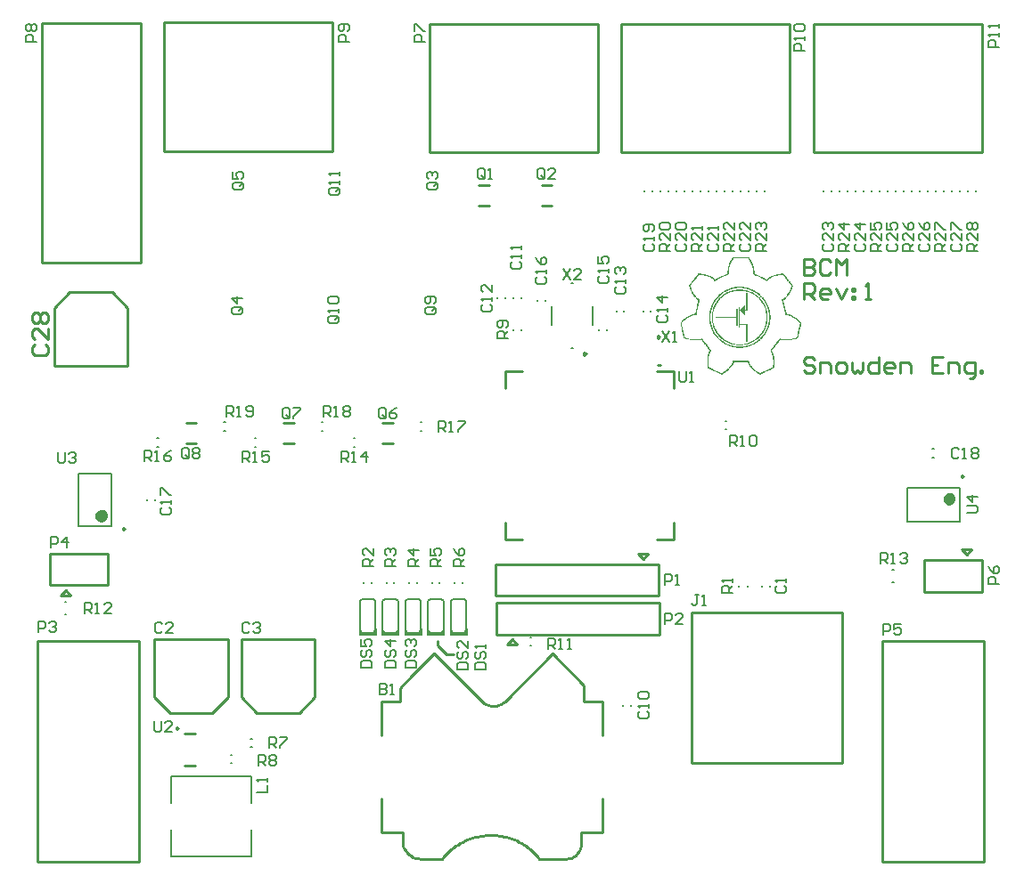
<source format=gto>
G04*
G04 #@! TF.GenerationSoftware,Altium Limited,CircuitStudio,1.5.2 (30)*
G04*
G04 Layer_Color=15065295*
%FSLAX25Y25*%
%MOIN*%
G70*
G01*
G75*
%ADD31C,0.00800*%
%ADD45C,0.00984*%
%ADD46C,0.01000*%
%ADD47C,0.02362*%
%ADD48C,0.00945*%
%ADD49C,0.00787*%
%ADD50R,0.00650X0.02300*%
%ADD51R,0.06700X0.01800*%
%ADD52R,0.00730X0.02560*%
G36*
X378669Y326697D02*
X378823D01*
Y326543D01*
Y326390D01*
X378976D01*
Y326236D01*
Y326082D01*
X379130D01*
Y325928D01*
X379284D01*
Y325775D01*
Y325621D01*
X379437D01*
Y325467D01*
Y325314D01*
X379591D01*
Y325160D01*
Y325007D01*
X379745D01*
Y324853D01*
Y324699D01*
X379898D01*
Y324545D01*
Y324392D01*
X380052D01*
Y324238D01*
Y324084D01*
Y323931D01*
X380206D01*
Y323777D01*
Y323623D01*
Y323470D01*
X380359D01*
Y323316D01*
Y323162D01*
Y323009D01*
Y322855D01*
X380513D01*
Y322701D01*
Y322548D01*
Y322394D01*
Y322240D01*
Y322087D01*
Y321933D01*
X380667D01*
Y321779D01*
Y321626D01*
Y321472D01*
Y321318D01*
Y321164D01*
Y321011D01*
Y320857D01*
Y320704D01*
X380820D01*
Y320550D01*
X381128D01*
Y320396D01*
X381435D01*
Y320243D01*
X381743D01*
Y320089D01*
X382050D01*
Y319935D01*
X382357D01*
Y319781D01*
X382665D01*
Y319628D01*
X382972D01*
Y319474D01*
X383433D01*
Y319320D01*
X383740D01*
Y319167D01*
X384048D01*
Y319013D01*
X384355D01*
Y318859D01*
X384662D01*
Y318706D01*
X384970D01*
Y318552D01*
X385431D01*
Y318706D01*
X385584D01*
Y318859D01*
X385738D01*
Y319013D01*
X386046D01*
Y319167D01*
X386199D01*
Y319320D01*
X386507D01*
Y319474D01*
X386814D01*
Y319628D01*
X387121D01*
Y319781D01*
X387429D01*
Y319935D01*
X387890D01*
Y320089D01*
X388351D01*
Y320243D01*
X388812D01*
Y320396D01*
X389580D01*
Y320550D01*
X390502D01*
Y320704D01*
X391578D01*
Y320550D01*
X391732D01*
Y320396D01*
Y320243D01*
X391885D01*
Y320089D01*
X392039D01*
Y319935D01*
X392193D01*
Y319781D01*
Y319628D01*
X392346D01*
Y319474D01*
X392500D01*
Y319320D01*
X392654D01*
Y319167D01*
X392807D01*
Y319013D01*
Y318859D01*
X392961D01*
Y318706D01*
X393115D01*
Y318552D01*
X393268D01*
Y318398D01*
X393422D01*
Y318245D01*
Y318091D01*
X393576D01*
Y317937D01*
X393729D01*
Y317784D01*
X393883D01*
Y317630D01*
X394037D01*
Y317476D01*
Y317323D01*
X394190D01*
Y317169D01*
X394344D01*
Y317015D01*
X394498D01*
Y316862D01*
X394651D01*
Y316708D01*
Y316554D01*
X394805D01*
Y316401D01*
X394959D01*
Y316247D01*
X395112D01*
Y316093D01*
Y315939D01*
X394959D01*
Y315786D01*
Y315632D01*
X394805D01*
Y315478D01*
Y315325D01*
Y315171D01*
X394651D01*
Y315017D01*
Y314864D01*
Y314710D01*
X394498D01*
Y314556D01*
Y314403D01*
X394344D01*
Y314249D01*
Y314095D01*
X394190D01*
Y313942D01*
Y313788D01*
X394037D01*
Y313634D01*
Y313481D01*
X393883D01*
Y313327D01*
Y313173D01*
X393729D01*
Y313020D01*
Y312866D01*
X393576D01*
Y312712D01*
X393422D01*
Y312559D01*
X393268D01*
Y312405D01*
Y312251D01*
X393115D01*
Y312098D01*
X392961D01*
Y311944D01*
X392807D01*
Y311790D01*
Y311636D01*
X392500D01*
Y311483D01*
X392346D01*
Y311329D01*
Y311175D01*
X392039D01*
Y311022D01*
Y310868D01*
X391732D01*
Y310714D01*
X391424D01*
Y310561D01*
X391578D01*
Y310407D01*
Y310253D01*
Y310100D01*
Y309946D01*
X391732D01*
Y309792D01*
Y309639D01*
Y309485D01*
Y309331D01*
X391885D01*
Y309178D01*
Y309024D01*
Y308870D01*
Y308717D01*
Y308563D01*
X392039D01*
Y308409D01*
Y308256D01*
Y308102D01*
Y307948D01*
X392193D01*
Y307795D01*
Y307641D01*
Y307487D01*
Y307333D01*
Y307180D01*
X392346D01*
Y307026D01*
Y306873D01*
Y306719D01*
Y306565D01*
X392500D01*
Y306412D01*
Y306258D01*
Y306104D01*
Y305950D01*
X392654D01*
Y305797D01*
Y305643D01*
X392961D01*
Y305489D01*
X393576D01*
Y305336D01*
X394037D01*
Y305182D01*
X394344D01*
Y305028D01*
X394805D01*
Y304875D01*
X394959D01*
Y304721D01*
X395266D01*
Y304567D01*
X395573D01*
Y304414D01*
X395727D01*
Y304260D01*
X396035D01*
Y304106D01*
X396188D01*
Y303953D01*
X396496D01*
Y303799D01*
X396649D01*
Y303645D01*
X396803D01*
Y303492D01*
X396957D01*
Y303338D01*
X397264D01*
Y303184D01*
X397418D01*
Y303031D01*
X397571D01*
Y302877D01*
X397725D01*
Y302723D01*
X397879D01*
Y302570D01*
X398032D01*
Y302416D01*
X398186D01*
Y302262D01*
Y302109D01*
Y301955D01*
Y301801D01*
Y301647D01*
X398032D01*
Y301494D01*
Y301340D01*
Y301186D01*
Y301033D01*
Y300879D01*
X397879D01*
Y300725D01*
Y300572D01*
Y300418D01*
Y300264D01*
X397725D01*
Y300111D01*
Y299957D01*
Y299803D01*
Y299650D01*
X397571D01*
Y299496D01*
Y299342D01*
Y299189D01*
Y299035D01*
Y298881D01*
X397418D01*
Y298728D01*
Y298574D01*
Y298420D01*
Y298267D01*
X397264D01*
Y298113D01*
Y297959D01*
Y297806D01*
Y297652D01*
X397110D01*
Y297498D01*
Y297344D01*
Y297191D01*
Y297037D01*
Y296883D01*
X396957D01*
Y296730D01*
Y296576D01*
Y296422D01*
X396496D01*
Y296269D01*
X396035D01*
Y296115D01*
X395420D01*
Y295961D01*
X394805D01*
Y295808D01*
X394037D01*
Y295654D01*
X391117D01*
Y295808D01*
X390349D01*
Y295654D01*
X390195D01*
Y295500D01*
X390041D01*
Y295347D01*
X389887D01*
Y295193D01*
X389734D01*
Y295039D01*
Y294886D01*
X389580D01*
Y294732D01*
X389426D01*
Y294578D01*
X389273D01*
Y294425D01*
X389119D01*
Y294271D01*
Y294117D01*
X388965D01*
Y293964D01*
X388812D01*
Y293810D01*
X388658D01*
Y293656D01*
X388504D01*
Y293502D01*
Y293349D01*
X388351D01*
Y293195D01*
X388197D01*
Y293041D01*
X388043D01*
Y292888D01*
X387890D01*
Y292734D01*
Y292581D01*
X387736D01*
Y292427D01*
X387582D01*
Y292273D01*
X387429D01*
Y292119D01*
X387275D01*
Y291966D01*
Y291812D01*
Y291658D01*
Y291505D01*
X387429D01*
Y291351D01*
Y291197D01*
X387582D01*
Y291044D01*
Y290890D01*
X387736D01*
Y290736D01*
Y290583D01*
Y290429D01*
X387890D01*
Y290275D01*
Y290122D01*
Y289968D01*
Y289814D01*
X388043D01*
Y289661D01*
Y289507D01*
Y289353D01*
Y289200D01*
Y289046D01*
Y288892D01*
X388197D01*
Y288738D01*
Y288585D01*
Y288431D01*
Y288278D01*
Y288124D01*
Y287970D01*
Y287817D01*
Y287663D01*
Y287509D01*
Y287355D01*
Y287202D01*
Y287048D01*
Y286894D01*
Y286741D01*
Y286587D01*
Y286433D01*
X388043D01*
Y286280D01*
Y286126D01*
Y285972D01*
Y285819D01*
Y285665D01*
Y285511D01*
Y285358D01*
X387890D01*
Y285204D01*
X387582D01*
Y285050D01*
X387275D01*
Y284897D01*
X386967D01*
Y284743D01*
X386660D01*
Y284589D01*
X386353D01*
Y284436D01*
X385892D01*
Y284282D01*
X385584D01*
Y284128D01*
X385277D01*
Y283975D01*
X384970D01*
Y283821D01*
X384662D01*
Y283667D01*
X384355D01*
Y283513D01*
X384048D01*
Y283360D01*
X383740D01*
Y283206D01*
X383433D01*
Y283052D01*
X383126D01*
Y282899D01*
X382357D01*
Y283052D01*
X382204D01*
Y283206D01*
X381896D01*
Y283360D01*
X381743D01*
Y283513D01*
X381435D01*
Y283667D01*
X381281D01*
Y283821D01*
X381128D01*
Y283975D01*
X380820D01*
Y284128D01*
X380667D01*
Y284282D01*
X380513D01*
Y284436D01*
X380359D01*
Y284589D01*
X380206D01*
Y284743D01*
X380052D01*
Y284897D01*
X379898D01*
Y285050D01*
X379745D01*
Y285204D01*
X379591D01*
Y285358D01*
X379437D01*
Y285511D01*
X379284D01*
Y285665D01*
X379130D01*
Y285819D01*
X378976D01*
Y285972D01*
Y286126D01*
X378823D01*
Y286280D01*
X378669D01*
Y286433D01*
Y286587D01*
X378515D01*
Y286741D01*
Y286894D01*
X378362D01*
Y287048D01*
Y287202D01*
X378208D01*
Y287355D01*
Y287509D01*
X372983D01*
Y287355D01*
Y287202D01*
X372829D01*
Y287048D01*
Y286894D01*
X372675D01*
Y286741D01*
Y286587D01*
X372522D01*
Y286433D01*
X372368D01*
Y286280D01*
Y286126D01*
X372215D01*
Y285972D01*
X372061D01*
Y285819D01*
X371907D01*
Y285665D01*
Y285511D01*
X371754D01*
Y285358D01*
X371600D01*
Y285204D01*
X371446D01*
Y285050D01*
X371292D01*
Y284897D01*
X371139D01*
Y284743D01*
X370985D01*
Y284589D01*
X370831D01*
Y284436D01*
X370678D01*
Y284282D01*
X370524D01*
Y284128D01*
X370217D01*
Y283975D01*
X370063D01*
Y283821D01*
X369909D01*
Y283667D01*
X369756D01*
Y283513D01*
X369448D01*
Y283360D01*
X369141D01*
Y283206D01*
X368987D01*
Y283052D01*
X368680D01*
Y282899D01*
X368065D01*
Y283052D01*
X367758D01*
Y283206D01*
X367450D01*
Y283360D01*
X367143D01*
Y283513D01*
X366836D01*
Y283667D01*
X366528D01*
Y283821D01*
X366221D01*
Y283975D01*
X365914D01*
Y284128D01*
X365606D01*
Y284282D01*
X365145D01*
Y284436D01*
X364838D01*
Y284589D01*
X364531D01*
Y284743D01*
X364223D01*
Y284897D01*
X363916D01*
Y285050D01*
X363609D01*
Y285204D01*
X363301D01*
Y285358D01*
X363147D01*
Y285511D01*
Y285665D01*
Y285819D01*
Y285972D01*
X362994D01*
Y286126D01*
Y286280D01*
Y286433D01*
Y286587D01*
Y286741D01*
Y286894D01*
Y287048D01*
Y287202D01*
Y287355D01*
Y287509D01*
Y287663D01*
Y287817D01*
Y287970D01*
Y288124D01*
Y288278D01*
Y288431D01*
Y288585D01*
Y288738D01*
Y288892D01*
Y289046D01*
X363147D01*
Y289200D01*
Y289353D01*
Y289507D01*
Y289661D01*
Y289814D01*
Y289968D01*
X363301D01*
Y290122D01*
Y290275D01*
Y290429D01*
Y290583D01*
X363455D01*
Y290736D01*
Y290890D01*
Y291044D01*
X363609D01*
Y291197D01*
Y291351D01*
X363762D01*
Y291505D01*
Y291658D01*
X363916D01*
Y291812D01*
Y291966D01*
X363762D01*
Y292119D01*
Y292273D01*
X363609D01*
Y292427D01*
X363455D01*
Y292581D01*
X363301D01*
Y292734D01*
X363147D01*
Y292888D01*
Y293041D01*
X362994D01*
Y293195D01*
X362840D01*
Y293349D01*
X362686D01*
Y293502D01*
X362533D01*
Y293656D01*
Y293810D01*
X362379D01*
Y293964D01*
X362225D01*
Y294117D01*
X362072D01*
Y294271D01*
X361918D01*
Y294425D01*
Y294578D01*
X361764D01*
Y294732D01*
X361611D01*
Y294886D01*
X361457D01*
Y295039D01*
X361303D01*
Y295193D01*
Y295347D01*
X361150D01*
Y295500D01*
X360996D01*
Y295654D01*
X360842D01*
Y295808D01*
X360074D01*
Y295654D01*
X357308D01*
Y295808D01*
X356386D01*
Y295961D01*
X355771D01*
Y296115D01*
X355310D01*
Y296269D01*
X354849D01*
Y296422D01*
X354234D01*
Y296576D01*
Y296730D01*
Y296883D01*
X354081D01*
Y297037D01*
Y297191D01*
Y297344D01*
Y297498D01*
X353927D01*
Y297652D01*
Y297806D01*
Y297959D01*
Y298113D01*
X353773D01*
Y298267D01*
Y298420D01*
Y298574D01*
Y298728D01*
Y298881D01*
X353620D01*
Y299035D01*
Y299189D01*
Y299342D01*
Y299496D01*
X353466D01*
Y299650D01*
Y299803D01*
Y299957D01*
Y300111D01*
Y300264D01*
X353312D01*
Y300418D01*
Y300572D01*
Y300725D01*
Y300879D01*
X353158D01*
Y301033D01*
Y301186D01*
Y301340D01*
Y301494D01*
X353005D01*
Y301647D01*
Y301801D01*
Y301955D01*
Y302109D01*
Y302262D01*
Y302416D01*
X353158D01*
Y302570D01*
X353312D01*
Y302723D01*
X353466D01*
Y302877D01*
X353620D01*
Y303031D01*
X353773D01*
Y303184D01*
X353927D01*
Y303338D01*
X354081D01*
Y303492D01*
X354234D01*
Y303645D01*
X354541D01*
Y303799D01*
X354695D01*
Y303953D01*
X354849D01*
Y304106D01*
X355156D01*
Y304260D01*
X355310D01*
Y304414D01*
X355617D01*
Y304567D01*
X355771D01*
Y304721D01*
X356078D01*
Y304875D01*
X356386D01*
Y305028D01*
X356693D01*
Y305182D01*
X357000D01*
Y305336D01*
X357461D01*
Y305489D01*
X358076D01*
Y305643D01*
X358537D01*
Y305797D01*
Y305950D01*
X358691D01*
Y306104D01*
Y306258D01*
Y306412D01*
Y306565D01*
Y306719D01*
X358844D01*
Y306873D01*
Y307026D01*
Y307180D01*
Y307333D01*
X358998D01*
Y307487D01*
Y307641D01*
Y307795D01*
Y307948D01*
X359152D01*
Y308102D01*
Y308256D01*
Y308409D01*
Y308563D01*
Y308717D01*
X359306D01*
Y308870D01*
Y309024D01*
Y309178D01*
Y309331D01*
X359459D01*
Y309485D01*
Y309639D01*
Y309792D01*
Y309946D01*
X359613D01*
Y310100D01*
Y310253D01*
Y310407D01*
Y310561D01*
Y310714D01*
X359459D01*
Y310868D01*
X359306D01*
Y311022D01*
X359152D01*
Y311175D01*
X358844D01*
Y311329D01*
Y311483D01*
X358691D01*
Y311636D01*
X358537D01*
Y311790D01*
X358383D01*
Y311944D01*
X358230D01*
Y312098D01*
X358076D01*
Y312251D01*
X357922D01*
Y312405D01*
Y312559D01*
X357769D01*
Y312712D01*
X357615D01*
Y312866D01*
Y313020D01*
X357461D01*
Y313173D01*
X357308D01*
Y313327D01*
Y313481D01*
X357154D01*
Y313634D01*
Y313788D01*
X357000D01*
Y313942D01*
Y314095D01*
X356847D01*
Y314249D01*
Y314403D01*
X356693D01*
Y314556D01*
Y314710D01*
X356539D01*
Y314864D01*
Y315017D01*
Y315171D01*
X356386D01*
Y315325D01*
Y315478D01*
Y315632D01*
X356232D01*
Y315786D01*
Y315939D01*
Y316093D01*
Y316247D01*
Y316401D01*
X356386D01*
Y316554D01*
Y316708D01*
X356539D01*
Y316862D01*
X356693D01*
Y317015D01*
X356847D01*
Y317169D01*
X357000D01*
Y317323D01*
Y317476D01*
X357154D01*
Y317630D01*
X357308D01*
Y317784D01*
X357461D01*
Y317937D01*
X357615D01*
Y318091D01*
Y318245D01*
X357769D01*
Y318398D01*
X357922D01*
Y318552D01*
X358076D01*
Y318706D01*
X358230D01*
Y318859D01*
Y319013D01*
X358383D01*
Y319167D01*
X358537D01*
Y319320D01*
X358691D01*
Y319474D01*
X358844D01*
Y319628D01*
Y319781D01*
X358998D01*
Y319935D01*
X359152D01*
Y320089D01*
X359306D01*
Y320243D01*
X359459D01*
Y320396D01*
Y320550D01*
X359613D01*
Y320704D01*
X360689D01*
Y320550D01*
X361764D01*
Y320396D01*
X362379D01*
Y320243D01*
X362840D01*
Y320089D01*
X363455D01*
Y319935D01*
X363762D01*
Y319781D01*
X364223D01*
Y319628D01*
X364377D01*
Y319474D01*
X364684D01*
Y319320D01*
X364992D01*
Y319167D01*
X365299D01*
Y319013D01*
X365453D01*
Y318859D01*
X365606D01*
Y318706D01*
X365760D01*
Y318552D01*
X366221D01*
Y318706D01*
X366528D01*
Y318859D01*
X366836D01*
Y319013D01*
X367143D01*
Y319167D01*
X367450D01*
Y319320D01*
X367758D01*
Y319474D01*
X368065D01*
Y319628D01*
X368373D01*
Y319781D01*
X368834D01*
Y319935D01*
X369141D01*
Y320089D01*
X369448D01*
Y320243D01*
X369756D01*
Y320396D01*
X370063D01*
Y320550D01*
X370370D01*
Y320704D01*
X370524D01*
Y320857D01*
Y321011D01*
Y321164D01*
Y321318D01*
Y321472D01*
Y321626D01*
Y321779D01*
Y321933D01*
X370678D01*
Y322087D01*
Y322240D01*
Y322394D01*
Y322548D01*
Y322701D01*
Y322855D01*
X370831D01*
Y323009D01*
Y323162D01*
Y323316D01*
Y323470D01*
X370985D01*
Y323623D01*
Y323777D01*
Y323931D01*
X371139D01*
Y324084D01*
Y324238D01*
X371292D01*
Y324392D01*
Y324545D01*
Y324699D01*
X371446D01*
Y324853D01*
Y325007D01*
X371600D01*
Y325160D01*
Y325314D01*
X371754D01*
Y325467D01*
Y325621D01*
X371907D01*
Y325775D01*
Y325928D01*
X372061D01*
Y326082D01*
X372215D01*
Y326236D01*
Y326390D01*
X372368D01*
Y326543D01*
Y326697D01*
X372522D01*
Y326851D01*
X378669D01*
Y326697D01*
D02*
G37*
%LPC*%
G36*
X378208Y326543D02*
X372983D01*
Y326390D01*
X372829D01*
Y326236D01*
X372675D01*
Y326082D01*
Y325928D01*
X372522D01*
Y325775D01*
Y325621D01*
X372368D01*
Y325467D01*
X372215D01*
Y325314D01*
Y325160D01*
X372061D01*
Y325007D01*
Y324853D01*
X371907D01*
Y324699D01*
Y324545D01*
X371754D01*
Y324392D01*
Y324238D01*
Y324084D01*
X371600D01*
Y323931D01*
Y323777D01*
Y323623D01*
X371446D01*
Y323470D01*
Y323316D01*
Y323162D01*
X371292D01*
Y323009D01*
Y322855D01*
Y322701D01*
X371139D01*
Y322548D01*
Y322394D01*
Y322240D01*
Y322087D01*
Y321933D01*
Y321779D01*
X370985D01*
Y321626D01*
X371139D01*
Y321472D01*
X370985D01*
Y321318D01*
Y321164D01*
Y321011D01*
Y320857D01*
X371139D01*
Y320704D01*
Y320550D01*
Y320396D01*
X370831D01*
Y320243D01*
X370524D01*
Y320089D01*
X370217D01*
Y319935D01*
X369756D01*
Y319781D01*
X369448D01*
Y319628D01*
X369141D01*
Y319474D01*
X368834D01*
Y319320D01*
X368526D01*
Y319167D01*
X368219D01*
Y319013D01*
X367912D01*
Y318859D01*
X367604D01*
Y318706D01*
X367297D01*
Y318552D01*
X366989D01*
Y318398D01*
X366682D01*
Y318245D01*
X366375D01*
Y318091D01*
X366067D01*
Y317937D01*
X365606D01*
Y318091D01*
Y318245D01*
X365453D01*
Y318398D01*
X365299D01*
Y318552D01*
X364992D01*
Y318706D01*
X364838D01*
Y318859D01*
X364531D01*
Y319013D01*
X364377D01*
Y319167D01*
X364070D01*
Y319320D01*
X363762D01*
Y319474D01*
X363301D01*
Y319628D01*
X362994D01*
Y319781D01*
X362379D01*
Y319935D01*
X361918D01*
Y320089D01*
X360996D01*
Y320243D01*
X359920D01*
Y320089D01*
X359767D01*
Y319935D01*
X359613D01*
Y319781D01*
Y319628D01*
X359459D01*
Y319474D01*
X359306D01*
Y319320D01*
X359152D01*
Y319167D01*
X358998D01*
Y319013D01*
Y318859D01*
X358844D01*
Y318706D01*
X358691D01*
Y318552D01*
X358537D01*
Y318398D01*
X358383D01*
Y318245D01*
Y318091D01*
X358230D01*
Y317937D01*
X358076D01*
Y317784D01*
X357922D01*
Y317630D01*
X357769D01*
Y317476D01*
Y317323D01*
X357615D01*
Y317169D01*
X357461D01*
Y317015D01*
X357308D01*
Y316862D01*
X357154D01*
Y316708D01*
Y316554D01*
X357000D01*
Y316401D01*
X356847D01*
Y316247D01*
X356693D01*
Y316093D01*
Y315939D01*
Y315786D01*
X356847D01*
Y315632D01*
Y315478D01*
Y315325D01*
X357000D01*
Y315171D01*
Y315017D01*
Y314864D01*
X357154D01*
Y314710D01*
Y314556D01*
X357308D01*
Y314403D01*
Y314249D01*
X357461D01*
Y314095D01*
Y313942D01*
X357615D01*
Y313788D01*
Y313634D01*
X357769D01*
Y313481D01*
X357922D01*
Y313327D01*
Y313173D01*
X358076D01*
Y313020D01*
X358230D01*
Y312866D01*
Y312712D01*
X358383D01*
Y312559D01*
X358537D01*
Y312405D01*
X358691D01*
Y312251D01*
Y312098D01*
X358844D01*
Y311944D01*
X358998D01*
Y311790D01*
X359152D01*
Y311636D01*
X359306D01*
Y311483D01*
X359459D01*
Y311329D01*
X359767D01*
Y311175D01*
X359920D01*
Y311022D01*
X360228D01*
Y310868D01*
Y310714D01*
Y310561D01*
X360074D01*
Y310407D01*
Y310253D01*
Y310100D01*
Y309946D01*
Y309792D01*
X359920D01*
Y309639D01*
Y309485D01*
Y309331D01*
Y309178D01*
X359767D01*
Y309024D01*
Y308870D01*
Y308717D01*
Y308563D01*
X359613D01*
Y308409D01*
Y308256D01*
Y308102D01*
Y307948D01*
Y307795D01*
X359459D01*
Y307641D01*
Y307487D01*
Y307333D01*
Y307180D01*
X359306D01*
Y307026D01*
Y306873D01*
Y306719D01*
Y306565D01*
X359152D01*
Y306412D01*
Y306258D01*
Y306104D01*
Y305950D01*
Y305797D01*
X358998D01*
Y305643D01*
Y305489D01*
Y305336D01*
Y305182D01*
X358076D01*
Y305028D01*
X357461D01*
Y304875D01*
X357154D01*
Y304721D01*
X356847D01*
Y304567D01*
X356539D01*
Y304414D01*
X356232D01*
Y304260D01*
X355925D01*
Y304106D01*
X355771D01*
Y303953D01*
X355464D01*
Y303799D01*
X355310D01*
Y303645D01*
X355003D01*
Y303492D01*
X354849D01*
Y303338D01*
X354695D01*
Y303184D01*
X354388D01*
Y303031D01*
X354234D01*
Y302877D01*
X354081D01*
Y302723D01*
X353927D01*
Y302570D01*
X353773D01*
Y302416D01*
X353620D01*
Y302262D01*
X353466D01*
Y302109D01*
Y301955D01*
Y301801D01*
Y301647D01*
Y301494D01*
X353620D01*
Y301340D01*
Y301186D01*
Y301033D01*
Y300879D01*
X353773D01*
Y300725D01*
Y300572D01*
Y300418D01*
Y300264D01*
X353927D01*
Y300111D01*
Y299957D01*
Y299803D01*
Y299650D01*
Y299496D01*
X354081D01*
Y299342D01*
Y299189D01*
Y299035D01*
Y298881D01*
X354234D01*
Y298728D01*
Y298574D01*
Y298420D01*
Y298267D01*
X354388D01*
Y298113D01*
Y297959D01*
Y297806D01*
Y297652D01*
Y297498D01*
X354541D01*
Y297344D01*
Y297191D01*
Y297037D01*
Y296883D01*
X354849D01*
Y296730D01*
X355156D01*
Y296576D01*
X355617D01*
Y296422D01*
X356232D01*
Y296269D01*
X357000D01*
Y296115D01*
X358383D01*
Y295961D01*
X358844D01*
Y296115D01*
X360074D01*
Y296269D01*
X360689D01*
Y296422D01*
X360996D01*
Y296269D01*
X361150D01*
Y296115D01*
X361303D01*
Y295961D01*
X361457D01*
Y295808D01*
Y295654D01*
X361611D01*
Y295500D01*
X361764D01*
Y295347D01*
X361918D01*
Y295193D01*
X362072D01*
Y295039D01*
Y294886D01*
X362225D01*
Y294732D01*
X362379D01*
Y294578D01*
X362533D01*
Y294425D01*
X362686D01*
Y294271D01*
Y294117D01*
X362840D01*
Y293964D01*
X362994D01*
Y293810D01*
X363147D01*
Y293656D01*
X363301D01*
Y293502D01*
Y293349D01*
X363455D01*
Y293195D01*
X363609D01*
Y293041D01*
X363762D01*
Y292888D01*
X363916D01*
Y292734D01*
Y292581D01*
X364070D01*
Y292427D01*
X364223D01*
Y292273D01*
X364377D01*
Y292119D01*
X364531D01*
Y291966D01*
Y291812D01*
Y291658D01*
X364377D01*
Y291505D01*
X364223D01*
Y291351D01*
Y291197D01*
X364070D01*
Y291044D01*
Y290890D01*
Y290736D01*
X363916D01*
Y290583D01*
Y290429D01*
Y290275D01*
X363762D01*
Y290122D01*
Y289968D01*
Y289814D01*
X363609D01*
Y289661D01*
Y289507D01*
Y289353D01*
Y289200D01*
Y289046D01*
Y288892D01*
X363455D01*
Y288738D01*
Y288585D01*
Y288431D01*
Y288278D01*
Y288124D01*
Y287970D01*
Y287817D01*
Y287663D01*
Y287509D01*
Y287355D01*
Y287202D01*
Y287048D01*
Y286894D01*
Y286741D01*
Y286587D01*
Y286433D01*
Y286280D01*
Y286126D01*
X363609D01*
Y285972D01*
Y285819D01*
Y285665D01*
X363762D01*
Y285511D01*
X364070D01*
Y285358D01*
X364377D01*
Y285204D01*
X364684D01*
Y285050D01*
X364992D01*
Y284897D01*
X365299D01*
Y284743D01*
X365606D01*
Y284589D01*
X365914D01*
Y284436D01*
X366221D01*
Y284282D01*
X366528D01*
Y284128D01*
X366989D01*
Y283975D01*
X367297D01*
Y283821D01*
X367604D01*
Y283667D01*
X367912D01*
Y283513D01*
X368219D01*
Y283360D01*
X368526D01*
Y283513D01*
X368834D01*
Y283667D01*
X368987D01*
Y283821D01*
X369295D01*
Y283975D01*
X369448D01*
Y284128D01*
X369602D01*
Y284282D01*
X369909D01*
Y284436D01*
X370063D01*
Y284589D01*
X370217D01*
Y284743D01*
X370370D01*
Y284897D01*
X370524D01*
Y285050D01*
X370678D01*
Y285204D01*
X370985D01*
Y285358D01*
Y285511D01*
X371139D01*
Y285665D01*
X371292D01*
Y285819D01*
X371446D01*
Y285972D01*
X371600D01*
Y286126D01*
X371754D01*
Y286280D01*
Y286433D01*
X371907D01*
Y286587D01*
X372061D01*
Y286741D01*
Y286894D01*
X372215D01*
Y287048D01*
Y287202D01*
X372368D01*
Y287355D01*
Y287509D01*
X372522D01*
Y287663D01*
Y287817D01*
Y287970D01*
X378515D01*
Y287817D01*
X378669D01*
Y287663D01*
Y287509D01*
Y287355D01*
X378823D01*
Y287202D01*
Y287048D01*
X378976D01*
Y286894D01*
Y286741D01*
X379130D01*
Y286587D01*
X379284D01*
Y286433D01*
Y286280D01*
X379437D01*
Y286126D01*
X379591D01*
Y285972D01*
X379745D01*
Y285819D01*
Y285665D01*
X379898D01*
Y285511D01*
X380052D01*
Y285358D01*
X380206D01*
Y285204D01*
X380359D01*
Y285050D01*
X380513D01*
Y284897D01*
X380667D01*
Y284743D01*
X380820D01*
Y284589D01*
X381128D01*
Y284436D01*
X381281D01*
Y284282D01*
X381435D01*
Y284128D01*
X381743D01*
Y283975D01*
X381896D01*
Y283821D01*
X382050D01*
Y283667D01*
X382357D01*
Y283513D01*
X382665D01*
Y283360D01*
X382972D01*
Y283513D01*
X383279D01*
Y283667D01*
X383587D01*
Y283821D01*
X383894D01*
Y283975D01*
X384201D01*
Y284128D01*
X384509D01*
Y284282D01*
X384816D01*
Y284436D01*
X385277D01*
Y284589D01*
X385584D01*
Y284743D01*
X385892D01*
Y284897D01*
X386199D01*
Y285050D01*
X386507D01*
Y285204D01*
X386814D01*
Y285358D01*
X387121D01*
Y285511D01*
X387429D01*
Y285665D01*
X387582D01*
Y285819D01*
Y285972D01*
Y286126D01*
Y286280D01*
Y286433D01*
Y286587D01*
X387736D01*
Y286741D01*
Y286894D01*
Y287048D01*
Y287202D01*
Y287355D01*
Y287509D01*
Y287663D01*
Y287817D01*
Y287970D01*
Y288124D01*
Y288278D01*
Y288431D01*
Y288585D01*
X387582D01*
Y288738D01*
Y288892D01*
Y289046D01*
Y289200D01*
Y289353D01*
Y289507D01*
Y289661D01*
X387429D01*
Y289814D01*
Y289968D01*
Y290122D01*
Y290275D01*
X387275D01*
Y290429D01*
Y290583D01*
Y290736D01*
X387121D01*
Y290890D01*
Y291044D01*
X386967D01*
Y291197D01*
Y291351D01*
X386814D01*
Y291505D01*
Y291658D01*
X386660D01*
Y291812D01*
Y291966D01*
Y292119D01*
X386814D01*
Y292273D01*
X386967D01*
Y292427D01*
X387121D01*
Y292581D01*
X387275D01*
Y292734D01*
Y292888D01*
X387429D01*
Y293041D01*
X387582D01*
Y293195D01*
X387736D01*
Y293349D01*
Y293502D01*
X387890D01*
Y293656D01*
X388043D01*
Y293810D01*
X388197D01*
Y293964D01*
X388351D01*
Y294117D01*
Y294271D01*
X388504D01*
Y294425D01*
X388658D01*
Y294578D01*
X388812D01*
Y294732D01*
X388965D01*
Y294886D01*
Y295039D01*
X389119D01*
Y295193D01*
X389273D01*
Y295347D01*
X389426D01*
Y295500D01*
X389580D01*
Y295654D01*
Y295808D01*
X389734D01*
Y295961D01*
X389887D01*
Y296115D01*
X390041D01*
Y296269D01*
X390195D01*
Y296422D01*
X390502D01*
Y296269D01*
X390963D01*
Y296115D01*
X391885D01*
Y295961D01*
X393115D01*
Y296115D01*
X394344D01*
Y296269D01*
X394959D01*
Y296422D01*
X395573D01*
Y296576D01*
X396035D01*
Y296730D01*
X396342D01*
Y296883D01*
X396496D01*
Y297037D01*
X396649D01*
Y297191D01*
Y297344D01*
Y297498D01*
Y297652D01*
Y297806D01*
X396803D01*
Y297959D01*
Y298113D01*
Y298267D01*
Y298420D01*
X396957D01*
Y298574D01*
Y298728D01*
Y298881D01*
Y299035D01*
X397110D01*
Y299189D01*
Y299342D01*
Y299496D01*
Y299650D01*
Y299803D01*
X397264D01*
Y299957D01*
Y300111D01*
Y300264D01*
Y300418D01*
X397418D01*
Y300572D01*
Y300725D01*
Y300879D01*
Y301033D01*
X397571D01*
Y301186D01*
Y301340D01*
Y301494D01*
Y301647D01*
Y301801D01*
X397725D01*
Y301955D01*
Y302109D01*
X397571D01*
Y302262D01*
X397418D01*
Y302416D01*
X397264D01*
Y302570D01*
X397110D01*
Y302723D01*
X396957D01*
Y302877D01*
X396803D01*
Y303031D01*
X396649D01*
Y303184D01*
X396496D01*
Y303338D01*
X396188D01*
Y303492D01*
X396035D01*
Y303645D01*
X395881D01*
Y303799D01*
X395573D01*
Y303953D01*
X395420D01*
Y304106D01*
X395112D01*
Y304260D01*
X394959D01*
Y304414D01*
X394651D01*
Y304567D01*
X394344D01*
Y304721D01*
X394037D01*
Y304875D01*
X393576D01*
Y305028D01*
X393115D01*
Y305182D01*
X392193D01*
Y305336D01*
Y305489D01*
Y305643D01*
Y305797D01*
X392039D01*
Y305950D01*
Y306104D01*
Y306258D01*
Y306412D01*
X391885D01*
Y306565D01*
Y306719D01*
Y306873D01*
Y307026D01*
X391732D01*
Y307180D01*
Y307333D01*
Y307487D01*
Y307641D01*
Y307795D01*
X391578D01*
Y307948D01*
Y308102D01*
Y308256D01*
Y308409D01*
X391424D01*
Y308563D01*
Y308717D01*
Y308870D01*
Y309024D01*
X391270D01*
Y309178D01*
Y309331D01*
Y309485D01*
Y309639D01*
Y309792D01*
X391117D01*
Y309946D01*
Y310100D01*
Y310253D01*
Y310407D01*
X390963D01*
Y310561D01*
Y310714D01*
Y310868D01*
Y311022D01*
X391270D01*
Y311175D01*
X391424D01*
Y311329D01*
X391732D01*
Y311483D01*
X391885D01*
Y311636D01*
X392039D01*
Y311790D01*
X392193D01*
Y311944D01*
X392346D01*
Y312098D01*
X392500D01*
Y312251D01*
X392654D01*
Y312405D01*
Y312559D01*
X392807D01*
Y312712D01*
X392961D01*
Y312866D01*
Y313020D01*
X393115D01*
Y313173D01*
X393268D01*
Y313327D01*
Y313481D01*
X393422D01*
Y313634D01*
X393576D01*
Y313788D01*
Y313942D01*
X393729D01*
Y314095D01*
Y314249D01*
X393883D01*
Y314403D01*
Y314556D01*
X394037D01*
Y314710D01*
Y314864D01*
X394190D01*
Y315017D01*
Y315171D01*
Y315325D01*
X394344D01*
Y315478D01*
Y315632D01*
Y315786D01*
X394498D01*
Y315939D01*
Y316093D01*
Y316247D01*
X394344D01*
Y316401D01*
X394190D01*
Y316554D01*
X394037D01*
Y316708D01*
Y316862D01*
X393883D01*
Y317015D01*
X393729D01*
Y317169D01*
X393576D01*
Y317323D01*
X393422D01*
Y317476D01*
Y317630D01*
X393268D01*
Y317784D01*
X393115D01*
Y317937D01*
X392961D01*
Y318091D01*
X392807D01*
Y318245D01*
Y318398D01*
X392654D01*
Y318552D01*
X392500D01*
Y318706D01*
X392346D01*
Y318859D01*
X392193D01*
Y319013D01*
Y319167D01*
X392039D01*
Y319320D01*
X391885D01*
Y319474D01*
X391732D01*
Y319628D01*
X391578D01*
Y319781D01*
Y319935D01*
X391424D01*
Y320089D01*
X391270D01*
Y320243D01*
X390195D01*
Y320089D01*
X389426D01*
Y319935D01*
X388812D01*
Y319781D01*
X388351D01*
Y319628D01*
X387890D01*
Y319474D01*
X387582D01*
Y319320D01*
X387121D01*
Y319167D01*
X386967D01*
Y319013D01*
X386660D01*
Y318859D01*
X386353D01*
Y318706D01*
X386199D01*
Y318552D01*
X386046D01*
Y318398D01*
X385738D01*
Y318245D01*
X385584D01*
Y318091D01*
X385431D01*
Y317937D01*
X385123D01*
Y318091D01*
X384816D01*
Y318245D01*
X384509D01*
Y318398D01*
X384201D01*
Y318552D01*
X383894D01*
Y318706D01*
X383587D01*
Y318859D01*
X383279D01*
Y319013D01*
X382972D01*
Y319167D01*
X382665D01*
Y319320D01*
X382357D01*
Y319474D01*
X382050D01*
Y319628D01*
X381589D01*
Y319781D01*
X381281D01*
Y319935D01*
X380974D01*
Y320089D01*
X380667D01*
Y320243D01*
X380359D01*
Y320396D01*
X380052D01*
Y320550D01*
Y320704D01*
Y320857D01*
X380206D01*
Y321011D01*
Y321164D01*
Y321318D01*
Y321472D01*
Y321626D01*
Y321779D01*
X380052D01*
Y321933D01*
Y322087D01*
Y322240D01*
Y322394D01*
Y322548D01*
Y322701D01*
X379898D01*
Y322855D01*
Y323009D01*
Y323162D01*
Y323316D01*
X379745D01*
Y323470D01*
Y323623D01*
Y323777D01*
X379591D01*
Y323931D01*
Y324084D01*
X379437D01*
Y324238D01*
Y324392D01*
Y324545D01*
X379284D01*
Y324699D01*
Y324853D01*
X379130D01*
Y325007D01*
Y325160D01*
X378976D01*
Y325314D01*
Y325467D01*
X378823D01*
Y325621D01*
Y325775D01*
X378669D01*
Y325928D01*
X378515D01*
Y326082D01*
Y326236D01*
X378362D01*
Y326390D01*
X378208D01*
Y326543D01*
D02*
G37*
%LPD*%
G36*
X376978Y315478D02*
X377747D01*
Y315325D01*
X378362D01*
Y315171D01*
X378976D01*
Y315017D01*
X379284D01*
Y314864D01*
X379745D01*
Y314710D01*
X380052D01*
Y314556D01*
X380359D01*
Y314403D01*
X380667D01*
Y314249D01*
X380974D01*
Y314095D01*
X381128D01*
Y313942D01*
X381435D01*
Y313788D01*
X381743D01*
Y313634D01*
X381896D01*
Y313481D01*
X382050D01*
Y313327D01*
X382357D01*
Y313173D01*
X382511D01*
Y313020D01*
X382665D01*
Y312866D01*
X382818D01*
Y312712D01*
X382972D01*
Y312559D01*
X383126D01*
Y312405D01*
X383279D01*
Y312251D01*
X383433D01*
Y312098D01*
X383587D01*
Y311944D01*
X383740D01*
Y311790D01*
X383894D01*
Y311636D01*
X384048D01*
Y311483D01*
X384201D01*
Y311329D01*
Y311175D01*
X384355D01*
Y311022D01*
X384509D01*
Y310868D01*
X384662D01*
Y310714D01*
Y310561D01*
X384816D01*
Y310407D01*
X384970D01*
Y310253D01*
Y310100D01*
X385123D01*
Y309946D01*
Y309792D01*
X385277D01*
Y309639D01*
Y309485D01*
X385431D01*
Y309331D01*
Y309178D01*
X385584D01*
Y309024D01*
Y308870D01*
X385738D01*
Y308717D01*
Y308563D01*
X385892D01*
Y308409D01*
Y308256D01*
Y308102D01*
X386046D01*
Y307948D01*
Y307795D01*
Y307641D01*
X386199D01*
Y307487D01*
Y307333D01*
Y307180D01*
Y307026D01*
X386353D01*
Y306873D01*
Y306719D01*
Y306565D01*
Y306412D01*
X386507D01*
Y306258D01*
Y306104D01*
Y305950D01*
Y305797D01*
Y305643D01*
Y305489D01*
Y305336D01*
Y305182D01*
Y305028D01*
X386660D01*
Y304875D01*
Y304721D01*
Y304567D01*
Y304414D01*
Y304260D01*
Y304106D01*
Y303953D01*
Y303799D01*
Y303645D01*
Y303492D01*
X386507D01*
Y303338D01*
Y303184D01*
Y303031D01*
Y302877D01*
Y302723D01*
Y302570D01*
Y302416D01*
Y302262D01*
X386353D01*
Y302109D01*
Y301955D01*
Y301801D01*
Y301647D01*
Y301494D01*
X386199D01*
Y301340D01*
Y301186D01*
Y301033D01*
Y300879D01*
X386046D01*
Y300725D01*
Y300572D01*
Y300418D01*
X385892D01*
Y300264D01*
Y300111D01*
X385738D01*
Y299957D01*
Y299803D01*
Y299650D01*
X385584D01*
Y299496D01*
Y299342D01*
X385431D01*
Y299189D01*
Y299035D01*
X385277D01*
Y298881D01*
Y298728D01*
X385123D01*
Y298574D01*
Y298420D01*
X384970D01*
Y298267D01*
X384816D01*
Y298113D01*
Y297959D01*
X384662D01*
Y297806D01*
X384509D01*
Y297652D01*
Y297498D01*
X384355D01*
Y297344D01*
X384201D01*
Y297191D01*
X384048D01*
Y297037D01*
X383894D01*
Y296883D01*
Y296730D01*
X383740D01*
Y296576D01*
X383587D01*
Y296422D01*
X383433D01*
Y296269D01*
X383279D01*
Y296115D01*
X383126D01*
Y295961D01*
X382972D01*
Y295808D01*
X382818D01*
Y295654D01*
X382665D01*
Y295500D01*
X382357D01*
Y295347D01*
X382204D01*
Y295193D01*
X382050D01*
Y295039D01*
X381743D01*
Y294886D01*
X381589D01*
Y294732D01*
X381281D01*
Y294578D01*
X381128D01*
Y294425D01*
X380820D01*
Y294271D01*
X380513D01*
Y294117D01*
X380206D01*
Y293964D01*
X379898D01*
Y293810D01*
X379591D01*
Y293656D01*
X379130D01*
Y293502D01*
X378669D01*
Y293349D01*
X378208D01*
Y293195D01*
X377593D01*
Y293041D01*
X376518D01*
Y292888D01*
X373751D01*
Y293041D01*
X372829D01*
Y293195D01*
X372215D01*
Y293349D01*
X371600D01*
Y293502D01*
X371139D01*
Y293656D01*
X370831D01*
Y293810D01*
X370370D01*
Y293964D01*
X370063D01*
Y294117D01*
X369756D01*
Y294271D01*
X369448D01*
Y294425D01*
X369295D01*
Y294578D01*
X368987D01*
Y294732D01*
X368680D01*
Y294886D01*
X368526D01*
Y295039D01*
X368373D01*
Y295193D01*
X368065D01*
Y295347D01*
X367912D01*
Y295500D01*
X367758D01*
Y295654D01*
X367604D01*
Y295808D01*
X367450D01*
Y295961D01*
X367297D01*
Y296115D01*
X367143D01*
Y296269D01*
X366989D01*
Y296422D01*
X366836D01*
Y296576D01*
X366682D01*
Y296730D01*
X366528D01*
Y296883D01*
X366375D01*
Y297037D01*
X366221D01*
Y297191D01*
X366067D01*
Y297344D01*
Y297498D01*
X365914D01*
Y297652D01*
X365760D01*
Y297806D01*
X365606D01*
Y297959D01*
Y298113D01*
X365453D01*
Y298267D01*
X365299D01*
Y298420D01*
Y298574D01*
X365145D01*
Y298728D01*
Y298881D01*
X364992D01*
Y299035D01*
Y299189D01*
X364838D01*
Y299342D01*
Y299496D01*
X364684D01*
Y299650D01*
Y299803D01*
X364531D01*
Y299957D01*
Y300111D01*
Y300264D01*
X364377D01*
Y300418D01*
Y300572D01*
Y300725D01*
X364223D01*
Y300879D01*
Y301033D01*
Y301186D01*
X364070D01*
Y301340D01*
Y301494D01*
Y301647D01*
Y301801D01*
X363916D01*
Y301955D01*
Y302109D01*
Y302262D01*
Y302416D01*
Y302570D01*
X363762D01*
Y302723D01*
Y302877D01*
Y303031D01*
Y303184D01*
Y303338D01*
Y303492D01*
Y303645D01*
Y303799D01*
Y303953D01*
Y304106D01*
Y304260D01*
Y304414D01*
Y304567D01*
Y304721D01*
Y304875D01*
Y305028D01*
Y305182D01*
Y305336D01*
Y305489D01*
Y305643D01*
Y305797D01*
Y305950D01*
X363916D01*
Y306104D01*
Y306258D01*
Y306412D01*
Y306565D01*
Y306719D01*
Y306873D01*
X364070D01*
Y307026D01*
Y307180D01*
Y307333D01*
Y307487D01*
X364223D01*
Y307641D01*
Y307795D01*
Y307948D01*
X364377D01*
Y308102D01*
Y308256D01*
Y308409D01*
X364531D01*
Y308563D01*
Y308717D01*
X364684D01*
Y308870D01*
Y309024D01*
X364838D01*
Y309178D01*
Y309331D01*
Y309485D01*
X364992D01*
Y309639D01*
X365145D01*
Y309792D01*
Y309946D01*
X365299D01*
Y310100D01*
Y310253D01*
X365453D01*
Y310407D01*
Y310561D01*
X365606D01*
Y310714D01*
X365760D01*
Y310868D01*
X365914D01*
Y311022D01*
Y311175D01*
X366067D01*
Y311329D01*
X366221D01*
Y311483D01*
X366375D01*
Y311636D01*
Y311790D01*
X366528D01*
Y311944D01*
X366682D01*
Y312098D01*
X366836D01*
Y312251D01*
X366989D01*
Y312405D01*
X367143D01*
Y312559D01*
X367297D01*
Y312712D01*
X367450D01*
Y312866D01*
X367604D01*
Y313020D01*
X367912D01*
Y313173D01*
X368065D01*
Y313327D01*
X368219D01*
Y313481D01*
X368373D01*
Y313634D01*
X368680D01*
Y313788D01*
X368834D01*
Y313942D01*
X369141D01*
Y314095D01*
X369448D01*
Y314249D01*
X369602D01*
Y314403D01*
X369909D01*
Y314556D01*
X370217D01*
Y314710D01*
X370678D01*
Y314864D01*
X370985D01*
Y315017D01*
X371446D01*
Y315171D01*
X371907D01*
Y315325D01*
X372522D01*
Y315478D01*
X373290D01*
Y315632D01*
X376978D01*
Y315478D01*
D02*
G37*
%LPC*%
G36*
X376210Y315325D02*
X374212D01*
Y315171D01*
X373136D01*
Y315017D01*
X372368D01*
Y314864D01*
X371907D01*
Y314710D01*
X371446D01*
Y314556D01*
X371139D01*
Y314403D01*
X370678D01*
Y314249D01*
X370370D01*
Y314095D01*
X370063D01*
Y313942D01*
X369756D01*
Y313788D01*
X369602D01*
Y313634D01*
X369295D01*
Y313481D01*
X368987D01*
Y313327D01*
X368834D01*
Y313173D01*
X368680D01*
Y313020D01*
X368373D01*
Y312866D01*
X368219D01*
Y312712D01*
X368065D01*
Y312559D01*
X367912D01*
Y312405D01*
X367758D01*
Y312251D01*
X367604D01*
Y312098D01*
X367450D01*
Y311944D01*
X367297D01*
Y311790D01*
X367143D01*
Y311636D01*
X366989D01*
Y311483D01*
X366836D01*
Y311329D01*
X366682D01*
Y311175D01*
X366528D01*
Y311022D01*
Y310868D01*
X366375D01*
Y310714D01*
X366221D01*
Y310561D01*
X366067D01*
Y310407D01*
Y310253D01*
X365914D01*
Y310100D01*
X365760D01*
Y309946D01*
Y309792D01*
X365606D01*
Y309639D01*
Y309485D01*
X365453D01*
Y309331D01*
Y309178D01*
X365299D01*
Y309024D01*
Y308870D01*
X365145D01*
Y308717D01*
Y308563D01*
X364992D01*
Y308409D01*
Y308256D01*
X364838D01*
Y308102D01*
Y307948D01*
Y307795D01*
X364684D01*
Y307641D01*
Y307487D01*
Y307333D01*
Y307180D01*
X364531D01*
Y307026D01*
Y306873D01*
Y306719D01*
Y306565D01*
X364377D01*
Y306412D01*
Y306258D01*
Y306104D01*
Y305950D01*
Y305797D01*
X364223D01*
Y305643D01*
Y305489D01*
Y305336D01*
Y305182D01*
Y305028D01*
Y304875D01*
Y304721D01*
Y304567D01*
Y304414D01*
Y304260D01*
Y304106D01*
Y303953D01*
Y303799D01*
Y303645D01*
Y303492D01*
Y303338D01*
Y303184D01*
Y303031D01*
Y302877D01*
Y302723D01*
X364377D01*
Y302570D01*
Y302416D01*
Y302262D01*
Y302109D01*
Y301955D01*
X364531D01*
Y301801D01*
Y301647D01*
Y301494D01*
Y301340D01*
X364684D01*
Y301186D01*
Y301033D01*
Y300879D01*
X364838D01*
Y300725D01*
Y300572D01*
Y300418D01*
X364992D01*
Y300264D01*
Y300111D01*
Y299957D01*
X365145D01*
Y299803D01*
Y299650D01*
X365299D01*
Y299496D01*
Y299342D01*
X365453D01*
Y299189D01*
Y299035D01*
X365606D01*
Y298881D01*
Y298728D01*
X365760D01*
Y298574D01*
X365914D01*
Y298420D01*
Y298267D01*
X366067D01*
Y298113D01*
X366221D01*
Y297959D01*
Y297806D01*
X366375D01*
Y297652D01*
X366528D01*
Y297498D01*
X366682D01*
Y297344D01*
Y297191D01*
X366836D01*
Y297037D01*
X366989D01*
Y296883D01*
X367143D01*
Y296730D01*
X367297D01*
Y296576D01*
X367450D01*
Y296422D01*
X367604D01*
Y296269D01*
X367758D01*
Y296115D01*
X367912D01*
Y295961D01*
X368065D01*
Y295808D01*
X368373D01*
Y295654D01*
X368526D01*
Y295500D01*
X368680D01*
Y295347D01*
X368987D01*
Y295193D01*
X369141D01*
Y295039D01*
X369448D01*
Y294886D01*
X369602D01*
Y294732D01*
X369909D01*
Y294578D01*
X370217D01*
Y294425D01*
X370524D01*
Y294271D01*
X370831D01*
Y294117D01*
X371292D01*
Y293964D01*
X371600D01*
Y293810D01*
X372061D01*
Y293656D01*
X372675D01*
Y293502D01*
X373444D01*
Y293349D01*
X376825D01*
Y293502D01*
X377593D01*
Y293656D01*
X378208D01*
Y293810D01*
X378669D01*
Y293964D01*
X379130D01*
Y294117D01*
X379437D01*
Y294271D01*
X379745D01*
Y294425D01*
X380206D01*
Y294578D01*
X380359D01*
Y294732D01*
X380667D01*
Y294886D01*
X380974D01*
Y295039D01*
X381128D01*
Y295193D01*
X381435D01*
Y295347D01*
X381589D01*
Y295500D01*
X381896D01*
Y295654D01*
X382050D01*
Y295808D01*
X382204D01*
Y295961D01*
X382357D01*
Y296115D01*
X382511D01*
Y296269D01*
X382665D01*
Y296422D01*
X382818D01*
Y296576D01*
X382972D01*
Y296730D01*
X383126D01*
Y296883D01*
X383279D01*
Y297037D01*
X383433D01*
Y297191D01*
X383587D01*
Y297344D01*
X383740D01*
Y297498D01*
X383894D01*
Y297652D01*
Y297806D01*
X384048D01*
Y297959D01*
X384201D01*
Y298113D01*
Y298267D01*
X384355D01*
Y298420D01*
X384509D01*
Y298574D01*
Y298728D01*
X384662D01*
Y298881D01*
X384816D01*
Y299035D01*
Y299189D01*
X384970D01*
Y299342D01*
Y299496D01*
X385123D01*
Y299650D01*
Y299803D01*
X385277D01*
Y299957D01*
Y300111D01*
Y300264D01*
X385431D01*
Y300418D01*
Y300572D01*
Y300725D01*
X385584D01*
Y300879D01*
Y301033D01*
Y301186D01*
X385738D01*
Y301340D01*
Y301494D01*
Y301647D01*
X385892D01*
Y301801D01*
Y301955D01*
Y302109D01*
Y302262D01*
Y302416D01*
X386046D01*
Y302570D01*
Y302723D01*
Y302877D01*
Y303031D01*
Y303184D01*
Y303338D01*
Y303492D01*
Y303645D01*
X386199D01*
Y303799D01*
Y303953D01*
Y304106D01*
Y304260D01*
Y304414D01*
Y304567D01*
Y304721D01*
Y304875D01*
X386046D01*
Y305028D01*
Y305182D01*
Y305336D01*
Y305489D01*
Y305643D01*
Y305797D01*
Y305950D01*
Y306104D01*
Y306258D01*
X385892D01*
Y306412D01*
Y306565D01*
Y306719D01*
Y306873D01*
X385738D01*
Y307026D01*
Y307180D01*
Y307333D01*
Y307487D01*
X385584D01*
Y307641D01*
Y307795D01*
Y307948D01*
X385431D01*
Y308102D01*
Y308256D01*
Y308409D01*
X385277D01*
Y308563D01*
Y308717D01*
X385123D01*
Y308870D01*
Y309024D01*
X384970D01*
Y309178D01*
Y309331D01*
X384816D01*
Y309485D01*
Y309639D01*
X384662D01*
Y309792D01*
Y309946D01*
X384509D01*
Y310100D01*
X384355D01*
Y310253D01*
Y310407D01*
X384201D01*
Y310561D01*
X384048D01*
Y310714D01*
Y310868D01*
X383894D01*
Y311022D01*
X383740D01*
Y311175D01*
X383587D01*
Y311329D01*
X383433D01*
Y311483D01*
Y311636D01*
X383279D01*
Y311790D01*
X383126D01*
Y311944D01*
X382972D01*
Y312098D01*
X382818D01*
Y312251D01*
X382665D01*
Y312405D01*
X382511D01*
Y312559D01*
X382204D01*
Y312712D01*
X382050D01*
Y312866D01*
X381896D01*
Y313020D01*
X381743D01*
Y313173D01*
X381435D01*
Y313327D01*
X381281D01*
Y313481D01*
X380974D01*
Y313634D01*
X380820D01*
Y313788D01*
X380513D01*
Y313942D01*
X380206D01*
Y314095D01*
X379898D01*
Y314249D01*
X379591D01*
Y314403D01*
X379284D01*
Y314556D01*
X378823D01*
Y314710D01*
X378362D01*
Y314864D01*
X377901D01*
Y315017D01*
X377286D01*
Y315171D01*
X376210D01*
Y315325D01*
D02*
G37*
%LPD*%
G36*
X376518Y314556D02*
X377439D01*
Y314403D01*
X378054D01*
Y314249D01*
X378515D01*
Y314095D01*
X378976D01*
Y313942D01*
X379284D01*
Y313788D01*
X379745D01*
Y313634D01*
X380052D01*
Y313481D01*
X380359D01*
Y313327D01*
X380513D01*
Y313173D01*
X380820D01*
Y313020D01*
X380974D01*
Y312866D01*
X381281D01*
Y312712D01*
X381435D01*
Y312559D01*
X381743D01*
Y312405D01*
X381896D01*
Y312251D01*
X382050D01*
Y312098D01*
X382204D01*
Y311944D01*
X382357D01*
Y311790D01*
X382511D01*
Y311636D01*
X382665D01*
Y311483D01*
X382818D01*
Y311329D01*
X382972D01*
Y311175D01*
X383126D01*
Y311022D01*
X383279D01*
Y310868D01*
X383433D01*
Y310714D01*
Y310561D01*
X383587D01*
Y310407D01*
X383740D01*
Y310253D01*
X383894D01*
Y310100D01*
Y309946D01*
X384048D01*
Y309792D01*
Y309639D01*
X384201D01*
Y309485D01*
X384355D01*
Y309331D01*
Y309178D01*
X384509D01*
Y309024D01*
Y308870D01*
X384662D01*
Y308717D01*
Y308563D01*
X384816D01*
Y308409D01*
Y308256D01*
Y308102D01*
X384970D01*
Y307948D01*
Y307795D01*
X385123D01*
Y307641D01*
Y307487D01*
Y307333D01*
X385277D01*
Y307180D01*
Y307026D01*
Y306873D01*
Y306719D01*
X385431D01*
Y306565D01*
Y306412D01*
Y306258D01*
Y306104D01*
Y305950D01*
X385584D01*
Y305797D01*
Y305643D01*
Y305489D01*
Y305336D01*
Y305182D01*
Y305028D01*
Y304875D01*
Y304721D01*
Y304567D01*
Y304414D01*
Y304260D01*
Y304106D01*
Y303953D01*
Y303799D01*
Y303645D01*
Y303492D01*
Y303338D01*
Y303184D01*
Y303031D01*
Y302877D01*
Y302723D01*
X385431D01*
Y302570D01*
Y302416D01*
Y302262D01*
Y302109D01*
Y301955D01*
Y301801D01*
X385277D01*
Y301647D01*
Y301494D01*
Y301340D01*
X385123D01*
Y301186D01*
Y301033D01*
Y300879D01*
Y300725D01*
X384970D01*
Y300572D01*
Y300418D01*
X384816D01*
Y300264D01*
Y300111D01*
Y299957D01*
X384662D01*
Y299803D01*
Y299650D01*
X384509D01*
Y299496D01*
Y299342D01*
X384355D01*
Y299189D01*
Y299035D01*
X384201D01*
Y298881D01*
X384048D01*
Y298728D01*
Y298574D01*
X383894D01*
Y298420D01*
X383740D01*
Y298267D01*
Y298113D01*
X383587D01*
Y297959D01*
X383433D01*
Y297806D01*
X383279D01*
Y297652D01*
Y297498D01*
X383126D01*
Y297344D01*
X382972D01*
Y297191D01*
X382818D01*
Y297037D01*
X382665D01*
Y296883D01*
X382511D01*
Y296730D01*
X382357D01*
Y296576D01*
X382204D01*
Y296422D01*
X382050D01*
Y296269D01*
X381896D01*
Y296115D01*
X381589D01*
Y295961D01*
X381435D01*
Y295808D01*
X381281D01*
Y295654D01*
X380974D01*
Y295500D01*
X380820D01*
Y295347D01*
X380513D01*
Y295193D01*
X380206D01*
Y295039D01*
X379898D01*
Y294886D01*
X379591D01*
Y294732D01*
X379284D01*
Y294578D01*
X378976D01*
Y294425D01*
X378515D01*
Y294271D01*
X377901D01*
Y294117D01*
X377286D01*
Y293964D01*
X376364D01*
Y293810D01*
X373905D01*
Y293964D01*
X372983D01*
Y294117D01*
X372368D01*
Y294271D01*
X371754D01*
Y294425D01*
X371292D01*
Y294578D01*
X370985D01*
Y294732D01*
X370678D01*
Y294886D01*
X370370D01*
Y295039D01*
X370063D01*
Y295193D01*
X369756D01*
Y295347D01*
X369448D01*
Y295500D01*
X369295D01*
Y295654D01*
X368987D01*
Y295808D01*
X368834D01*
Y295961D01*
X368680D01*
Y296115D01*
X368526D01*
Y296269D01*
X368219D01*
Y296422D01*
X368065D01*
Y296576D01*
X367912D01*
Y296730D01*
X367758D01*
Y296883D01*
X367604D01*
Y297037D01*
X367450D01*
Y297191D01*
X367297D01*
Y297344D01*
X367143D01*
Y297498D01*
X366989D01*
Y297652D01*
Y297806D01*
X366836D01*
Y297959D01*
X366682D01*
Y298113D01*
X366528D01*
Y298267D01*
Y298420D01*
X366375D01*
Y298574D01*
X366221D01*
Y298728D01*
Y298881D01*
X366067D01*
Y299035D01*
Y299189D01*
X365914D01*
Y299342D01*
X365760D01*
Y299496D01*
Y299650D01*
X365606D01*
Y299803D01*
Y299957D01*
Y300111D01*
X365453D01*
Y300264D01*
Y300418D01*
X365299D01*
Y300572D01*
Y300725D01*
Y300879D01*
X365145D01*
Y301033D01*
Y301186D01*
Y301340D01*
X364992D01*
Y301494D01*
Y301647D01*
Y301801D01*
Y301955D01*
X364838D01*
Y302109D01*
Y302262D01*
Y302416D01*
Y302570D01*
Y302723D01*
Y302877D01*
X364684D01*
Y303031D01*
Y303184D01*
Y303338D01*
Y303492D01*
Y303645D01*
Y303799D01*
Y303953D01*
Y304106D01*
Y304260D01*
Y304414D01*
Y304567D01*
Y304721D01*
Y304875D01*
Y305028D01*
Y305182D01*
Y305336D01*
Y305489D01*
Y305643D01*
Y305797D01*
X364838D01*
Y305950D01*
Y306104D01*
Y306258D01*
Y306412D01*
Y306565D01*
X364992D01*
Y306719D01*
Y306873D01*
Y307026D01*
Y307180D01*
X365145D01*
Y307333D01*
Y307487D01*
Y307641D01*
X365299D01*
Y307795D01*
Y307948D01*
Y308102D01*
X365453D01*
Y308256D01*
Y308409D01*
X365606D01*
Y308563D01*
Y308717D01*
Y308870D01*
X365760D01*
Y309024D01*
Y309178D01*
X365914D01*
Y309331D01*
X366067D01*
Y309485D01*
Y309639D01*
X366221D01*
Y309792D01*
Y309946D01*
X366375D01*
Y310100D01*
X366528D01*
Y310253D01*
Y310407D01*
X366682D01*
Y310561D01*
X366836D01*
Y310714D01*
X366989D01*
Y310868D01*
Y311022D01*
X367143D01*
Y311175D01*
X367297D01*
Y311329D01*
X367450D01*
Y311483D01*
X367604D01*
Y311636D01*
X367758D01*
Y311790D01*
X367912D01*
Y311944D01*
X368065D01*
Y312098D01*
X368219D01*
Y312251D01*
X368373D01*
Y312405D01*
X368680D01*
Y312559D01*
X368834D01*
Y312712D01*
X368987D01*
Y312866D01*
X369295D01*
Y313020D01*
X369448D01*
Y313173D01*
X369756D01*
Y313327D01*
X370063D01*
Y313481D01*
X370217D01*
Y313634D01*
X370524D01*
Y313788D01*
X370985D01*
Y313942D01*
X371292D01*
Y314095D01*
X371754D01*
Y314249D01*
X372215D01*
Y314403D01*
X372829D01*
Y314556D01*
X373751D01*
Y314710D01*
X376518D01*
Y314556D01*
D02*
G37*
%LPC*%
G36*
X376825Y314249D02*
X373444D01*
Y314095D01*
X372829D01*
Y313942D01*
X372215D01*
Y313788D01*
X371754D01*
Y313634D01*
X371446D01*
Y313481D01*
X370985D01*
Y313327D01*
X370678D01*
Y313173D01*
X370370D01*
Y313020D01*
X370217D01*
Y312866D01*
X369909D01*
Y312712D01*
X369602D01*
Y312559D01*
X369448D01*
Y312405D01*
X369141D01*
Y312251D01*
X368987D01*
Y312098D01*
X368834D01*
Y311944D01*
X368680D01*
Y311790D01*
X368526D01*
Y311636D01*
X368373D01*
Y311483D01*
X368065D01*
Y311329D01*
X367912D01*
Y311175D01*
Y311022D01*
X367758D01*
Y310868D01*
X367604D01*
Y310714D01*
X367450D01*
Y310561D01*
X367297D01*
Y310407D01*
X367143D01*
Y310253D01*
Y310100D01*
X366989D01*
Y309946D01*
X366836D01*
Y309792D01*
X366682D01*
Y309639D01*
Y309485D01*
X366528D01*
Y309331D01*
Y309178D01*
X366375D01*
Y309024D01*
Y308870D01*
X366221D01*
Y308717D01*
Y308563D01*
X366067D01*
Y308409D01*
Y308256D01*
X365914D01*
Y308102D01*
Y307948D01*
X365760D01*
Y307795D01*
Y307641D01*
Y307487D01*
X365606D01*
Y307333D01*
Y307180D01*
Y307026D01*
X365453D01*
Y306873D01*
Y306719D01*
Y306565D01*
Y306412D01*
X365299D01*
Y306258D01*
Y306104D01*
Y305950D01*
Y305797D01*
Y305643D01*
X365145D01*
Y305489D01*
Y305336D01*
Y305182D01*
Y305028D01*
Y304875D01*
Y304721D01*
Y304567D01*
Y304414D01*
Y304260D01*
Y304106D01*
Y303953D01*
Y303799D01*
Y303645D01*
Y303492D01*
Y303338D01*
Y303184D01*
Y303031D01*
X365299D01*
Y302877D01*
Y302723D01*
Y302570D01*
Y302416D01*
Y302262D01*
Y302109D01*
X365453D01*
Y301955D01*
Y301801D01*
Y301647D01*
Y301494D01*
X365606D01*
Y301340D01*
Y301186D01*
Y301033D01*
X365760D01*
Y300879D01*
Y300725D01*
Y300572D01*
X365914D01*
Y300418D01*
Y300264D01*
X366067D01*
Y300111D01*
Y299957D01*
X366221D01*
Y299803D01*
Y299650D01*
X366375D01*
Y299496D01*
Y299342D01*
X366528D01*
Y299189D01*
Y299035D01*
X366682D01*
Y298881D01*
X366836D01*
Y298728D01*
Y298574D01*
X366989D01*
Y298420D01*
X367143D01*
Y298267D01*
Y298113D01*
X367297D01*
Y297959D01*
X367450D01*
Y297806D01*
X367604D01*
Y297652D01*
X367758D01*
Y297498D01*
X367912D01*
Y297344D01*
X368065D01*
Y297191D01*
X368219D01*
Y297037D01*
X368373D01*
Y296883D01*
X368526D01*
Y296730D01*
X368680D01*
Y296576D01*
X368834D01*
Y296422D01*
X368987D01*
Y296269D01*
X369295D01*
Y296115D01*
X369448D01*
Y295961D01*
X369602D01*
Y295808D01*
X369909D01*
Y295654D01*
X370217D01*
Y295500D01*
X370370D01*
Y295347D01*
X370678D01*
Y295193D01*
X371139D01*
Y295039D01*
X371446D01*
Y294886D01*
X371754D01*
Y294732D01*
X372215D01*
Y294578D01*
X372829D01*
Y294425D01*
X373598D01*
Y294271D01*
X376671D01*
Y294425D01*
X377439D01*
Y294578D01*
X378054D01*
Y294732D01*
X378515D01*
Y294886D01*
X378823D01*
Y295039D01*
X379284D01*
Y295193D01*
X379591D01*
Y295347D01*
X379898D01*
Y295500D01*
X380052D01*
Y295654D01*
X380359D01*
Y295808D01*
X380667D01*
Y295961D01*
X380820D01*
Y296115D01*
X380974D01*
Y296269D01*
X381281D01*
Y296422D01*
X381435D01*
Y296576D01*
X381589D01*
Y296730D01*
X381743D01*
Y296883D01*
X381896D01*
Y297037D01*
X382204D01*
Y297191D01*
X382357D01*
Y297344D01*
Y297498D01*
X382511D01*
Y297652D01*
X382665D01*
Y297806D01*
X382818D01*
Y297959D01*
X382972D01*
Y298113D01*
X383126D01*
Y298267D01*
Y298420D01*
X383279D01*
Y298574D01*
X383433D01*
Y298728D01*
X383587D01*
Y298881D01*
Y299035D01*
X383740D01*
Y299189D01*
Y299342D01*
X383894D01*
Y299496D01*
X384048D01*
Y299650D01*
Y299803D01*
X384201D01*
Y299957D01*
Y300111D01*
Y300264D01*
X384355D01*
Y300418D01*
Y300572D01*
X384509D01*
Y300725D01*
Y300879D01*
Y301033D01*
X384662D01*
Y301186D01*
Y301340D01*
Y301494D01*
X384816D01*
Y301647D01*
Y301801D01*
Y301955D01*
X384970D01*
Y302109D01*
Y302262D01*
Y302416D01*
Y302570D01*
Y302723D01*
Y302877D01*
X385123D01*
Y303031D01*
Y303184D01*
Y303338D01*
Y303492D01*
Y303645D01*
Y303799D01*
Y303953D01*
Y304106D01*
Y304260D01*
Y304414D01*
Y304567D01*
Y304721D01*
Y304875D01*
Y305028D01*
Y305182D01*
Y305336D01*
Y305489D01*
Y305643D01*
X384970D01*
Y305797D01*
Y305950D01*
Y306104D01*
Y306258D01*
Y306412D01*
Y306565D01*
X384816D01*
Y306719D01*
Y306873D01*
Y307026D01*
X384662D01*
Y307180D01*
Y307333D01*
Y307487D01*
Y307641D01*
X384509D01*
Y307795D01*
Y307948D01*
X384355D01*
Y308102D01*
Y308256D01*
Y308409D01*
X384201D01*
Y308563D01*
Y308717D01*
X384048D01*
Y308870D01*
Y309024D01*
X383894D01*
Y309178D01*
X383740D01*
Y309331D01*
Y309485D01*
X383587D01*
Y309639D01*
Y309792D01*
X383433D01*
Y309946D01*
X383279D01*
Y310100D01*
Y310253D01*
X383126D01*
Y310407D01*
X382972D01*
Y310561D01*
X382818D01*
Y310714D01*
X382665D01*
Y310868D01*
X382511D01*
Y311022D01*
Y311175D01*
X382357D01*
Y311329D01*
X382204D01*
Y311483D01*
X382050D01*
Y311636D01*
X381896D01*
Y311790D01*
X381589D01*
Y311944D01*
X381435D01*
Y312098D01*
X381281D01*
Y312251D01*
X381128D01*
Y312405D01*
X380820D01*
Y312559D01*
X380667D01*
Y312712D01*
X380359D01*
Y312866D01*
X380206D01*
Y313020D01*
X379898D01*
Y313173D01*
X379591D01*
Y313327D01*
X379284D01*
Y313481D01*
X378976D01*
Y313634D01*
X378515D01*
Y313788D01*
X378054D01*
Y313942D01*
X377439D01*
Y314095D01*
X376825D01*
Y314249D01*
D02*
G37*
%LPD*%
G36*
X378054Y313327D02*
Y313173D01*
Y313020D01*
Y312866D01*
Y312712D01*
Y312559D01*
Y312405D01*
Y312251D01*
Y312098D01*
Y311944D01*
Y311790D01*
Y311636D01*
Y311483D01*
Y311329D01*
Y311175D01*
Y311022D01*
Y310868D01*
Y310714D01*
Y310561D01*
Y310407D01*
Y310253D01*
Y310100D01*
Y309946D01*
Y309792D01*
Y309639D01*
Y309485D01*
Y309331D01*
Y309178D01*
Y309024D01*
Y308870D01*
Y308717D01*
Y308563D01*
Y308409D01*
Y308256D01*
Y308102D01*
Y307948D01*
Y307795D01*
Y307641D01*
Y307487D01*
Y307333D01*
Y307180D01*
Y307026D01*
Y306873D01*
Y306719D01*
X377132D01*
Y306565D01*
Y306412D01*
Y306258D01*
Y306104D01*
Y305950D01*
Y305797D01*
Y305643D01*
Y305489D01*
Y305336D01*
Y305182D01*
X376825D01*
Y305336D01*
X376671D01*
Y305489D01*
X376518D01*
Y305643D01*
X376364D01*
Y305797D01*
X376210D01*
Y305950D01*
X376056D01*
Y306104D01*
X375903D01*
Y306258D01*
X375749D01*
Y306412D01*
X375595D01*
Y306565D01*
X375442D01*
Y306719D01*
X375288D01*
Y306565D01*
Y306412D01*
Y306258D01*
Y306104D01*
Y305950D01*
Y305797D01*
Y305643D01*
Y305489D01*
Y305336D01*
Y305182D01*
Y305028D01*
Y304875D01*
Y304721D01*
Y304567D01*
Y304414D01*
Y304260D01*
Y304106D01*
Y303953D01*
Y303799D01*
Y303645D01*
Y303492D01*
Y303338D01*
Y303184D01*
Y303031D01*
Y302877D01*
Y302723D01*
Y302570D01*
Y302416D01*
Y302262D01*
Y302109D01*
Y301955D01*
Y301801D01*
X378054D01*
Y301647D01*
Y301494D01*
Y301340D01*
Y301186D01*
Y301033D01*
Y300879D01*
Y300725D01*
Y300572D01*
Y300418D01*
Y300264D01*
Y300111D01*
Y299957D01*
Y299803D01*
Y299650D01*
Y299496D01*
Y299342D01*
Y299189D01*
Y299035D01*
Y298881D01*
Y298728D01*
Y298574D01*
Y298420D01*
Y298267D01*
Y298113D01*
Y297959D01*
Y297806D01*
Y297652D01*
Y297498D01*
Y297344D01*
Y297191D01*
Y297037D01*
Y296883D01*
Y296730D01*
Y296576D01*
Y296422D01*
Y296269D01*
Y296115D01*
Y295961D01*
Y295808D01*
Y295654D01*
Y295500D01*
Y295347D01*
Y295193D01*
Y295039D01*
X377593D01*
Y295193D01*
Y295347D01*
Y295500D01*
Y295654D01*
Y295808D01*
Y295961D01*
Y296115D01*
Y296269D01*
Y296422D01*
Y296576D01*
Y296730D01*
Y296883D01*
Y297037D01*
Y297191D01*
Y297344D01*
Y297498D01*
Y297652D01*
Y297806D01*
Y297959D01*
Y298113D01*
Y298267D01*
Y298420D01*
Y298574D01*
Y298728D01*
Y298881D01*
Y299035D01*
Y299189D01*
Y299342D01*
Y299496D01*
Y299650D01*
Y299803D01*
Y299957D01*
Y300111D01*
Y300264D01*
Y300418D01*
Y300572D01*
Y300725D01*
Y300879D01*
Y301033D01*
Y301186D01*
Y301340D01*
X375288D01*
Y301186D01*
Y301033D01*
Y300879D01*
Y300725D01*
Y300572D01*
Y300418D01*
X374827D01*
Y300572D01*
Y300725D01*
Y300879D01*
Y301033D01*
Y301186D01*
Y301340D01*
Y301494D01*
Y301647D01*
Y301801D01*
Y301955D01*
Y302109D01*
Y302262D01*
Y302416D01*
Y302570D01*
Y302723D01*
Y302877D01*
Y303031D01*
Y303184D01*
Y303338D01*
Y303492D01*
Y303645D01*
Y303799D01*
Y303953D01*
Y304106D01*
Y304260D01*
Y304414D01*
Y304567D01*
Y304721D01*
Y304875D01*
Y305028D01*
Y305182D01*
Y305336D01*
Y305489D01*
Y305643D01*
Y305797D01*
Y305950D01*
Y306104D01*
Y306258D01*
Y306412D01*
Y306565D01*
Y306719D01*
Y306873D01*
Y307026D01*
Y307180D01*
Y307333D01*
Y307487D01*
Y307641D01*
Y307795D01*
Y307948D01*
Y308102D01*
X375288D01*
Y307948D01*
Y307795D01*
Y307641D01*
Y307487D01*
Y307333D01*
Y307180D01*
X375442D01*
Y307333D01*
X375595D01*
Y307487D01*
X375749D01*
Y307641D01*
X375903D01*
Y307795D01*
X376056D01*
Y307948D01*
X376210D01*
Y308102D01*
X376364D01*
Y308256D01*
X376518D01*
Y308409D01*
X376671D01*
Y308563D01*
X376825D01*
Y308717D01*
X377132D01*
Y308563D01*
Y308409D01*
Y308256D01*
Y308102D01*
Y307948D01*
Y307795D01*
Y307641D01*
Y307487D01*
Y307333D01*
Y307180D01*
X377593D01*
Y307333D01*
Y307487D01*
Y307641D01*
Y307795D01*
Y307948D01*
Y308102D01*
Y308256D01*
Y308409D01*
Y308563D01*
Y308717D01*
Y308870D01*
Y309024D01*
Y309178D01*
Y309331D01*
Y309485D01*
Y309639D01*
Y309792D01*
Y309946D01*
Y310100D01*
Y310253D01*
Y310407D01*
Y310561D01*
Y310714D01*
Y310868D01*
Y311022D01*
Y311175D01*
Y311329D01*
Y311483D01*
Y311636D01*
Y311790D01*
Y311944D01*
Y312098D01*
Y312251D01*
Y312405D01*
Y312559D01*
Y312712D01*
Y312866D01*
Y313020D01*
Y313173D01*
Y313327D01*
Y313481D01*
X378054D01*
Y313327D01*
D02*
G37*
G36*
X374366Y307180D02*
Y307026D01*
Y306873D01*
Y306719D01*
Y306565D01*
Y306412D01*
Y306258D01*
Y306104D01*
Y305950D01*
Y305797D01*
Y305643D01*
Y305489D01*
Y305336D01*
Y305182D01*
Y305028D01*
Y304875D01*
Y304721D01*
Y304567D01*
Y304414D01*
Y304260D01*
Y304106D01*
Y303953D01*
Y303799D01*
Y303645D01*
Y303492D01*
Y303338D01*
Y303184D01*
Y303031D01*
Y302877D01*
Y302723D01*
Y302570D01*
Y302416D01*
Y302262D01*
Y302109D01*
Y301955D01*
Y301801D01*
Y301647D01*
Y301494D01*
Y301340D01*
Y301186D01*
X373905D01*
Y301340D01*
Y301494D01*
Y301647D01*
Y301801D01*
Y301955D01*
Y302109D01*
Y302262D01*
Y302416D01*
Y302570D01*
Y302723D01*
Y302877D01*
Y303031D01*
Y303184D01*
Y303338D01*
Y303492D01*
Y303645D01*
Y303799D01*
Y303953D01*
Y304106D01*
X366221D01*
Y304260D01*
Y304414D01*
X373905D01*
Y304567D01*
Y304721D01*
Y304875D01*
Y305028D01*
Y305182D01*
Y305336D01*
Y305489D01*
Y305643D01*
Y305797D01*
Y305950D01*
Y306104D01*
Y306258D01*
Y306412D01*
Y306565D01*
Y306719D01*
Y306873D01*
Y307026D01*
Y307180D01*
Y307333D01*
X374366D01*
Y307180D01*
D02*
G37*
D31*
X272100Y186194D02*
X272950Y187044D01*
X267050D02*
X267900Y186194D01*
X272950Y197956D02*
X272100Y198806D01*
X267900D02*
X267050Y197956D01*
X263600Y186194D02*
X264450Y187044D01*
X258550D02*
X259400Y186194D01*
X264450Y197956D02*
X263600Y198806D01*
X259400D02*
X258550Y197956D01*
X255100Y186194D02*
X255950Y187044D01*
X250050D02*
X250900Y186194D01*
X255950Y197956D02*
X255100Y198806D01*
X250900D02*
X250050Y197956D01*
X246600Y186194D02*
X247450Y187044D01*
X241550D02*
X242400Y186194D01*
X247450Y197956D02*
X246600Y198806D01*
X242400D02*
X241550Y197956D01*
X238100Y186194D02*
X238950Y187044D01*
X233050D02*
X233900Y186194D01*
X238950Y197956D02*
X238100Y198806D01*
X233900D02*
X233050Y197956D01*
X267900Y186194D02*
X272100D01*
X267900Y198806D02*
X272100D01*
X272950Y187044D02*
Y197956D01*
X267050Y187044D02*
Y197956D01*
X259400Y186194D02*
X263600D01*
X259400Y198806D02*
X263600D01*
X264450Y187044D02*
Y197956D01*
X258550Y187044D02*
Y197956D01*
X250900Y186194D02*
X255100D01*
X250900Y198806D02*
X255100D01*
X255950Y187044D02*
Y197956D01*
X250050Y187044D02*
Y197956D01*
X242400Y186194D02*
X246600D01*
X242400Y198806D02*
X246600D01*
X247450Y187044D02*
Y197956D01*
X241550Y187044D02*
Y197956D01*
X233900Y186194D02*
X238100D01*
X233900Y198806D02*
X238100D01*
X238950Y187044D02*
Y197956D01*
X233050Y187044D02*
Y197956D01*
X309000Y322499D02*
X311666Y318500D01*
Y322499D02*
X309000Y318500D01*
X315665D02*
X312999D01*
X315665Y321166D01*
Y321832D01*
X314998Y322499D01*
X313665D01*
X312999Y321832D01*
X346000Y298999D02*
X348666Y295000D01*
Y298999D02*
X346000Y295000D01*
X349999D02*
X351332D01*
X350665D01*
Y298999D01*
X349999Y298332D01*
X460001Y231000D02*
X463334D01*
X464000Y231666D01*
Y232999D01*
X463334Y233666D01*
X460001D01*
X464000Y236998D02*
X460001D01*
X462001Y234999D01*
Y237665D01*
X120100Y253699D02*
Y250366D01*
X120766Y249700D01*
X122099D01*
X122766Y250366D01*
Y253699D01*
X124099Y253032D02*
X124765Y253699D01*
X126098D01*
X126765Y253032D01*
Y252366D01*
X126098Y251699D01*
X125432D01*
X126098D01*
X126765Y251033D01*
Y250366D01*
X126098Y249700D01*
X124765D01*
X124099Y250366D01*
X156000Y152999D02*
Y149667D01*
X156667Y149000D01*
X157999D01*
X158666Y149667D01*
Y152999D01*
X162664Y149000D02*
X159999D01*
X162664Y151666D01*
Y152332D01*
X161998Y152999D01*
X160665D01*
X159999Y152332D01*
X352500Y283999D02*
Y280666D01*
X353166Y280000D01*
X354499D01*
X355166Y280666D01*
Y283999D01*
X356499Y280000D02*
X357832D01*
X357165D01*
Y283999D01*
X356499Y283332D01*
X464000Y329000D02*
X460001D01*
Y330999D01*
X460668Y331666D01*
X462001D01*
X462667Y330999D01*
Y329000D01*
Y330333D02*
X464000Y331666D01*
Y335665D02*
Y332999D01*
X461334Y335665D01*
X460668D01*
X460001Y334998D01*
Y333665D01*
X460668Y332999D01*
Y336997D02*
X460001Y337664D01*
Y338997D01*
X460668Y339663D01*
X461334D01*
X462001Y338997D01*
X462667Y339663D01*
X463334D01*
X464000Y338997D01*
Y337664D01*
X463334Y336997D01*
X462667D01*
X462001Y337664D01*
X461334Y336997D01*
X460668D01*
X462001Y337664D02*
Y338997D01*
X452000Y329000D02*
X448001D01*
Y330999D01*
X448668Y331666D01*
X450001D01*
X450667Y330999D01*
Y329000D01*
Y330333D02*
X452000Y331666D01*
Y335665D02*
Y332999D01*
X449334Y335665D01*
X448668D01*
X448001Y334998D01*
Y333665D01*
X448668Y332999D01*
X448001Y336997D02*
Y339663D01*
X448668D01*
X451334Y336997D01*
X452000D01*
X440000Y329000D02*
X436001D01*
Y330999D01*
X436668Y331666D01*
X438001D01*
X438667Y330999D01*
Y329000D01*
Y330333D02*
X440000Y331666D01*
Y335665D02*
Y332999D01*
X437334Y335665D01*
X436668D01*
X436001Y334998D01*
Y333665D01*
X436668Y332999D01*
X436001Y339663D02*
X436668Y338330D01*
X438001Y336997D01*
X439334D01*
X440000Y337664D01*
Y338997D01*
X439334Y339663D01*
X438667D01*
X438001Y338997D01*
Y336997D01*
X428000Y329000D02*
X424001D01*
Y330999D01*
X424668Y331666D01*
X426001D01*
X426667Y330999D01*
Y329000D01*
Y330333D02*
X428000Y331666D01*
Y335665D02*
Y332999D01*
X425334Y335665D01*
X424668D01*
X424001Y334998D01*
Y333665D01*
X424668Y332999D01*
X424001Y339663D02*
Y336997D01*
X426001D01*
X425334Y338330D01*
Y338997D01*
X426001Y339663D01*
X427334D01*
X428000Y338997D01*
Y337664D01*
X427334Y336997D01*
X416000Y329000D02*
X412001D01*
Y330999D01*
X412668Y331666D01*
X414001D01*
X414667Y330999D01*
Y329000D01*
Y330333D02*
X416000Y331666D01*
Y335665D02*
Y332999D01*
X413334Y335665D01*
X412668D01*
X412001Y334998D01*
Y333665D01*
X412668Y332999D01*
X416000Y338997D02*
X412001D01*
X414001Y336997D01*
Y339663D01*
X385000Y329000D02*
X381001D01*
Y330999D01*
X381668Y331666D01*
X383001D01*
X383667Y330999D01*
Y329000D01*
Y330333D02*
X385000Y331666D01*
Y335665D02*
Y332999D01*
X382334Y335665D01*
X381668D01*
X381001Y334998D01*
Y333665D01*
X381668Y332999D01*
Y336997D02*
X381001Y337664D01*
Y338997D01*
X381668Y339663D01*
X382334D01*
X383001Y338997D01*
Y338330D01*
Y338997D01*
X383667Y339663D01*
X384334D01*
X385000Y338997D01*
Y337664D01*
X384334Y336997D01*
X373000Y329000D02*
X369001D01*
Y330999D01*
X369668Y331666D01*
X371001D01*
X371667Y330999D01*
Y329000D01*
Y330333D02*
X373000Y331666D01*
Y335665D02*
Y332999D01*
X370334Y335665D01*
X369668D01*
X369001Y334998D01*
Y333665D01*
X369668Y332999D01*
X373000Y339663D02*
Y336997D01*
X370334Y339663D01*
X369668D01*
X369001Y338997D01*
Y337664D01*
X369668Y336997D01*
X361000Y329000D02*
X357001D01*
Y330999D01*
X357668Y331666D01*
X359001D01*
X359667Y330999D01*
Y329000D01*
Y330333D02*
X361000Y331666D01*
Y335665D02*
Y332999D01*
X358334Y335665D01*
X357668D01*
X357001Y334998D01*
Y333665D01*
X357668Y332999D01*
X361000Y336997D02*
Y338330D01*
Y337664D01*
X357001D01*
X357668Y336997D01*
X349000Y329000D02*
X345001D01*
Y330999D01*
X345668Y331666D01*
X347001D01*
X347667Y330999D01*
Y329000D01*
Y330333D02*
X349000Y331666D01*
Y335665D02*
Y332999D01*
X346334Y335665D01*
X345668D01*
X345001Y334998D01*
Y333665D01*
X345668Y332999D01*
Y336997D02*
X345001Y337664D01*
Y338997D01*
X345668Y339663D01*
X348334D01*
X349000Y338997D01*
Y337664D01*
X348334Y336997D01*
X345668D01*
X183000Y267000D02*
Y270999D01*
X184999D01*
X185666Y270332D01*
Y268999D01*
X184999Y268333D01*
X183000D01*
X184333D02*
X185666Y267000D01*
X186999D02*
X188332D01*
X187665D01*
Y270999D01*
X186999Y270332D01*
X190331Y267666D02*
X190997Y267000D01*
X192330D01*
X192997Y267666D01*
Y270332D01*
X192330Y270999D01*
X190997D01*
X190331Y270332D01*
Y269666D01*
X190997Y268999D01*
X192997D01*
X219500Y267000D02*
Y270999D01*
X221499D01*
X222166Y270332D01*
Y268999D01*
X221499Y268333D01*
X219500D01*
X220833D02*
X222166Y267000D01*
X223499D02*
X224832D01*
X224165D01*
Y270999D01*
X223499Y270332D01*
X226831D02*
X227497Y270999D01*
X228830D01*
X229497Y270332D01*
Y269666D01*
X228830Y268999D01*
X229497Y268333D01*
Y267666D01*
X228830Y267000D01*
X227497D01*
X226831Y267666D01*
Y268333D01*
X227497Y268999D01*
X226831Y269666D01*
Y270332D01*
X227497Y268999D02*
X228830D01*
X262500Y261500D02*
Y265499D01*
X264499D01*
X265166Y264832D01*
Y263499D01*
X264499Y262833D01*
X262500D01*
X263833D02*
X265166Y261500D01*
X266499D02*
X267832D01*
X267165D01*
Y265499D01*
X266499Y264832D01*
X269831Y265499D02*
X272497D01*
Y264832D01*
X269831Y262166D01*
Y261500D01*
X152500Y250500D02*
Y254499D01*
X154499D01*
X155166Y253832D01*
Y252499D01*
X154499Y251833D01*
X152500D01*
X153833D02*
X155166Y250500D01*
X156499D02*
X157832D01*
X157165D01*
Y254499D01*
X156499Y253832D01*
X162497Y254499D02*
X161164Y253832D01*
X159831Y252499D01*
Y251166D01*
X160497Y250500D01*
X161830D01*
X162497Y251166D01*
Y251833D01*
X161830Y252499D01*
X159831D01*
X189000Y250000D02*
Y253999D01*
X190999D01*
X191666Y253332D01*
Y251999D01*
X190999Y251333D01*
X189000D01*
X190333D02*
X191666Y250000D01*
X192999D02*
X194332D01*
X193665D01*
Y253999D01*
X192999Y253332D01*
X198997Y253999D02*
X196331D01*
Y251999D01*
X197664Y252666D01*
X198330D01*
X198997Y251999D01*
Y250666D01*
X198330Y250000D01*
X196997D01*
X196331Y250666D01*
X226000Y250000D02*
Y253999D01*
X227999D01*
X228666Y253332D01*
Y251999D01*
X227999Y251333D01*
X226000D01*
X227333D02*
X228666Y250000D01*
X229999D02*
X231332D01*
X230665D01*
Y253999D01*
X229999Y253332D01*
X235330Y250000D02*
Y253999D01*
X233331Y251999D01*
X235997D01*
X427842Y212260D02*
Y216259D01*
X429842D01*
X430508Y215592D01*
Y214259D01*
X429842Y213593D01*
X427842D01*
X429175D02*
X430508Y212260D01*
X431841D02*
X433174D01*
X432507D01*
Y216259D01*
X431841Y215592D01*
X435173D02*
X435840Y216259D01*
X437173D01*
X437839Y215592D01*
Y214926D01*
X437173Y214259D01*
X436506D01*
X437173D01*
X437839Y213593D01*
Y212926D01*
X437173Y212260D01*
X435840D01*
X435173Y212926D01*
X130000Y193500D02*
Y197499D01*
X131999D01*
X132666Y196832D01*
Y195499D01*
X131999Y194833D01*
X130000D01*
X131333D02*
X132666Y193500D01*
X133999D02*
X135332D01*
X134665D01*
Y197499D01*
X133999Y196832D01*
X139997Y193500D02*
X137331D01*
X139997Y196166D01*
Y196832D01*
X139330Y197499D01*
X137997D01*
X137331Y196832D01*
X303500Y180000D02*
Y183999D01*
X305499D01*
X306166Y183332D01*
Y181999D01*
X305499Y181333D01*
X303500D01*
X304833D02*
X306166Y180000D01*
X307499D02*
X308832D01*
X308165D01*
Y183999D01*
X307499Y183332D01*
X310831Y180000D02*
X312164D01*
X311497D01*
Y183999D01*
X310831Y183332D01*
X371500Y256000D02*
Y259999D01*
X373499D01*
X374166Y259332D01*
Y257999D01*
X373499Y257333D01*
X371500D01*
X372833D02*
X374166Y256000D01*
X375499D02*
X376832D01*
X376165D01*
Y259999D01*
X375499Y259332D01*
X378831D02*
X379497Y259999D01*
X380830D01*
X381497Y259332D01*
Y256666D01*
X380830Y256000D01*
X379497D01*
X378831Y256666D01*
Y259332D01*
X288500Y296500D02*
X284501D01*
Y298499D01*
X285168Y299166D01*
X286501D01*
X287167Y298499D01*
Y296500D01*
Y297833D02*
X288500Y299166D01*
X287834Y300499D02*
X288500Y301165D01*
Y302498D01*
X287834Y303165D01*
X285168D01*
X284501Y302498D01*
Y301165D01*
X285168Y300499D01*
X285834D01*
X286501Y301165D01*
Y303165D01*
X195000Y136500D02*
Y140499D01*
X196999D01*
X197666Y139832D01*
Y138499D01*
X196999Y137833D01*
X195000D01*
X196333D02*
X197666Y136500D01*
X198999Y139832D02*
X199665Y140499D01*
X200998D01*
X201664Y139832D01*
Y139166D01*
X200998Y138499D01*
X201664Y137833D01*
Y137167D01*
X200998Y136500D01*
X199665D01*
X198999Y137167D01*
Y137833D01*
X199665Y138499D01*
X198999Y139166D01*
Y139832D01*
X199665Y138499D02*
X200998D01*
X199000Y143000D02*
Y146999D01*
X200999D01*
X201666Y146332D01*
Y144999D01*
X200999Y144333D01*
X199000D01*
X200333D02*
X201666Y143000D01*
X202999Y146999D02*
X205664D01*
Y146332D01*
X202999Y143667D01*
Y143000D01*
X272000Y211000D02*
X268001D01*
Y212999D01*
X268668Y213666D01*
X270001D01*
X270667Y212999D01*
Y211000D01*
Y212333D02*
X272000Y213666D01*
X268001Y217665D02*
X268668Y216332D01*
X270001Y214999D01*
X271334D01*
X272000Y215665D01*
Y216998D01*
X271334Y217665D01*
X270667D01*
X270001Y216998D01*
Y214999D01*
X263500Y211000D02*
X259501D01*
Y212999D01*
X260168Y213666D01*
X261501D01*
X262167Y212999D01*
Y211000D01*
Y212333D02*
X263500Y213666D01*
X259501Y217665D02*
Y214999D01*
X261501D01*
X260834Y216332D01*
Y216998D01*
X261501Y217665D01*
X262834D01*
X263500Y216998D01*
Y215665D01*
X262834Y214999D01*
X255000Y211000D02*
X251001D01*
Y212999D01*
X251668Y213666D01*
X253001D01*
X253667Y212999D01*
Y211000D01*
Y212333D02*
X255000Y213666D01*
Y216998D02*
X251001D01*
X253001Y214999D01*
Y217665D01*
X246500Y211000D02*
X242501D01*
Y212999D01*
X243168Y213666D01*
X244501D01*
X245167Y212999D01*
Y211000D01*
Y212333D02*
X246500Y213666D01*
X243168Y214999D02*
X242501Y215665D01*
Y216998D01*
X243168Y217665D01*
X243834D01*
X244501Y216998D01*
Y216332D01*
Y216998D01*
X245167Y217665D01*
X245834D01*
X246500Y216998D01*
Y215665D01*
X245834Y214999D01*
X238000Y211000D02*
X234001D01*
Y212999D01*
X234668Y213666D01*
X236001D01*
X236667Y212999D01*
Y211000D01*
Y212333D02*
X238000Y213666D01*
Y217665D02*
Y214999D01*
X235334Y217665D01*
X234668D01*
X234001Y216998D01*
Y215665D01*
X234668Y214999D01*
X372500Y201000D02*
X368501D01*
Y202999D01*
X369168Y203666D01*
X370501D01*
X371167Y202999D01*
Y201000D01*
Y202333D02*
X372500Y203666D01*
Y204999D02*
Y206332D01*
Y205665D01*
X368501D01*
X369168Y204999D01*
X224834Y352666D02*
X222168D01*
X221501Y351999D01*
Y350666D01*
X222168Y350000D01*
X224834D01*
X225500Y350666D01*
Y351999D01*
X224167Y351333D02*
X225500Y352666D01*
Y351999D02*
X224834Y352666D01*
X225500Y353999D02*
Y355332D01*
Y354665D01*
X221501D01*
X222168Y353999D01*
X225500Y357331D02*
Y358664D01*
Y357997D01*
X221501D01*
X222168Y357331D01*
X224334Y304666D02*
X221668D01*
X221001Y303999D01*
Y302666D01*
X221668Y302000D01*
X224334D01*
X225000Y302666D01*
Y303999D01*
X223667Y303333D02*
X225000Y304666D01*
Y303999D02*
X224334Y304666D01*
X225000Y305999D02*
Y307332D01*
Y306665D01*
X221001D01*
X221668Y305999D01*
Y309331D02*
X221001Y309997D01*
Y311330D01*
X221668Y311997D01*
X224334D01*
X225000Y311330D01*
Y309997D01*
X224334Y309331D01*
X221668D01*
X260834Y308166D02*
X258168D01*
X257501Y307499D01*
Y306166D01*
X258168Y305500D01*
X260834D01*
X261500Y306166D01*
Y307499D01*
X260167Y306833D02*
X261500Y308166D01*
Y307499D02*
X260834Y308166D01*
Y309499D02*
X261500Y310165D01*
Y311498D01*
X260834Y312164D01*
X258168D01*
X257501Y311498D01*
Y310165D01*
X258168Y309499D01*
X258834D01*
X259501Y310165D01*
Y312164D01*
X169166Y252166D02*
Y254832D01*
X168499Y255499D01*
X167166D01*
X166500Y254832D01*
Y252166D01*
X167166Y251500D01*
X168499D01*
X167833Y252833D02*
X169166Y251500D01*
X168499D02*
X169166Y252166D01*
X170499Y254832D02*
X171165Y255499D01*
X172498D01*
X173164Y254832D01*
Y254166D01*
X172498Y253499D01*
X173164Y252833D01*
Y252166D01*
X172498Y251500D01*
X171165D01*
X170499Y252166D01*
Y252833D01*
X171165Y253499D01*
X170499Y254166D01*
Y254832D01*
X171165Y253499D02*
X172498D01*
X206666Y267166D02*
Y269832D01*
X205999Y270499D01*
X204666D01*
X204000Y269832D01*
Y267166D01*
X204666Y266500D01*
X205999D01*
X205333Y267833D02*
X206666Y266500D01*
X205999D02*
X206666Y267166D01*
X207999Y270499D02*
X210665D01*
Y269832D01*
X207999Y267166D01*
Y266500D01*
X242666Y267166D02*
Y269832D01*
X241999Y270499D01*
X240666D01*
X240000Y269832D01*
Y267166D01*
X240666Y266500D01*
X241999D01*
X241333Y267833D02*
X242666Y266500D01*
X241999D02*
X242666Y267166D01*
X246665Y270499D02*
X245332Y269832D01*
X243999Y268499D01*
Y267166D01*
X244665Y266500D01*
X245998D01*
X246665Y267166D01*
Y267833D01*
X245998Y268499D01*
X243999D01*
X188833Y354666D02*
X186168D01*
X185501Y353999D01*
Y352666D01*
X186168Y352000D01*
X188833D01*
X189500Y352666D01*
Y353999D01*
X188167Y353333D02*
X189500Y354666D01*
Y353999D02*
X188833Y354666D01*
X185501Y358664D02*
Y355999D01*
X187501D01*
X186834Y357332D01*
Y357998D01*
X187501Y358664D01*
X188833D01*
X189500Y357998D01*
Y356665D01*
X188833Y355999D01*
X188333Y308166D02*
X185668D01*
X185001Y307499D01*
Y306166D01*
X185668Y305500D01*
X188333D01*
X189000Y306166D01*
Y307499D01*
X187667Y306833D02*
X189000Y308166D01*
Y307499D02*
X188333Y308166D01*
X189000Y311498D02*
X185001D01*
X187001Y309499D01*
Y312164D01*
X261334Y354666D02*
X258668D01*
X258001Y353999D01*
Y352666D01*
X258668Y352000D01*
X261334D01*
X262000Y352666D01*
Y353999D01*
X260667Y353333D02*
X262000Y354666D01*
Y353999D02*
X261334Y354666D01*
X258668Y355999D02*
X258001Y356665D01*
Y357998D01*
X258668Y358664D01*
X259334D01*
X260001Y357998D01*
Y357332D01*
Y357998D01*
X260667Y358664D01*
X261334D01*
X262000Y357998D01*
Y356665D01*
X261334Y355999D01*
X302166Y356666D02*
Y359332D01*
X301499Y359999D01*
X300166D01*
X299500Y359332D01*
Y356666D01*
X300166Y356000D01*
X301499D01*
X300833Y357333D02*
X302166Y356000D01*
X301499D02*
X302166Y356666D01*
X306165Y356000D02*
X303499D01*
X306165Y358666D01*
Y359332D01*
X305498Y359999D01*
X304165D01*
X303499Y359332D01*
X279666Y356666D02*
Y359332D01*
X278999Y359999D01*
X277666D01*
X277000Y359332D01*
Y356666D01*
X277666Y356000D01*
X278999D01*
X278333Y357333D02*
X279666Y356000D01*
X278999D02*
X279666Y356666D01*
X280999Y356000D02*
X282332D01*
X281665D01*
Y359999D01*
X280999Y359332D01*
X472000Y405500D02*
X468001D01*
Y407499D01*
X468668Y408166D01*
X470001D01*
X470667Y407499D01*
Y405500D01*
X472000Y409499D02*
Y410832D01*
Y410165D01*
X468001D01*
X468668Y409499D01*
X472000Y412831D02*
Y414164D01*
Y413497D01*
X468001D01*
X468668Y412831D01*
X399500Y404000D02*
X395501D01*
Y405999D01*
X396168Y406666D01*
X397501D01*
X398167Y405999D01*
Y404000D01*
X399500Y407999D02*
Y409332D01*
Y408665D01*
X395501D01*
X396168Y407999D01*
Y411331D02*
X395501Y411997D01*
Y413330D01*
X396168Y413997D01*
X398834D01*
X399500Y413330D01*
Y411997D01*
X398834Y411331D01*
X396168D01*
X229000Y407500D02*
X225001D01*
Y409499D01*
X225668Y410166D01*
X227001D01*
X227667Y409499D01*
Y407500D01*
X228334Y411499D02*
X229000Y412165D01*
Y413498D01*
X228334Y414164D01*
X225668D01*
X225001Y413498D01*
Y412165D01*
X225668Y411499D01*
X226334D01*
X227001Y412165D01*
Y414164D01*
X112000Y407500D02*
X108001D01*
Y409499D01*
X108668Y410166D01*
X110001D01*
X110667Y409499D01*
Y407500D01*
X108668Y411499D02*
X108001Y412165D01*
Y413498D01*
X108668Y414164D01*
X109334D01*
X110001Y413498D01*
X110667Y414164D01*
X111334D01*
X112000Y413498D01*
Y412165D01*
X111334Y411499D01*
X110667D01*
X110001Y412165D01*
X109334Y411499D01*
X108668D01*
X110001Y412165D02*
Y413498D01*
X257500Y407500D02*
X253501D01*
Y409499D01*
X254168Y410166D01*
X255501D01*
X256167Y409499D01*
Y407500D01*
X253501Y411499D02*
Y414164D01*
X254168D01*
X256834Y411499D01*
X257500D01*
X472000Y204500D02*
X468001D01*
Y206499D01*
X468668Y207166D01*
X470001D01*
X470667Y206499D01*
Y204500D01*
X468001Y211164D02*
X468668Y209832D01*
X470001Y208499D01*
X471334D01*
X472000Y209165D01*
Y210498D01*
X471334Y211164D01*
X470667D01*
X470001Y210498D01*
Y208499D01*
X428760Y185500D02*
Y189499D01*
X430759D01*
X431426Y188832D01*
Y187499D01*
X430759Y186833D01*
X428760D01*
X435424Y189499D02*
X432759D01*
Y187499D01*
X434092Y188166D01*
X434758D01*
X435424Y187499D01*
Y186167D01*
X434758Y185500D01*
X433425D01*
X432759Y186167D01*
X117500Y218000D02*
Y221999D01*
X119499D01*
X120166Y221332D01*
Y219999D01*
X119499Y219333D01*
X117500D01*
X123498Y218000D02*
Y221999D01*
X121499Y219999D01*
X124164D01*
X112900Y186500D02*
Y190499D01*
X114899D01*
X115566Y189832D01*
Y188499D01*
X114899Y187833D01*
X112900D01*
X116899Y189832D02*
X117565Y190499D01*
X118898D01*
X119564Y189832D01*
Y189166D01*
X118898Y188499D01*
X118232D01*
X118898D01*
X119564Y187833D01*
Y187167D01*
X118898Y186500D01*
X117565D01*
X116899Y187167D01*
X347000Y189500D02*
Y193499D01*
X348999D01*
X349666Y192832D01*
Y191499D01*
X348999Y190833D01*
X347000D01*
X353664Y189500D02*
X350999D01*
X353664Y192166D01*
Y192832D01*
X352998Y193499D01*
X351665D01*
X350999Y192832D01*
X347000Y204000D02*
Y207999D01*
X348999D01*
X349666Y207332D01*
Y205999D01*
X348999Y205333D01*
X347000D01*
X350999Y204000D02*
X352332D01*
X351665D01*
Y207999D01*
X350999Y207332D01*
X194501Y126500D02*
X198500D01*
Y129166D01*
Y130499D02*
Y131832D01*
Y131165D01*
X194501D01*
X195168Y130499D01*
X359666Y200499D02*
X358333D01*
X358999D01*
Y197167D01*
X358333Y196500D01*
X357666D01*
X357000Y197167D01*
X360999Y196500D02*
X362332D01*
X361665D01*
Y200499D01*
X360999Y199832D01*
X233501Y173000D02*
X237500D01*
Y174999D01*
X236834Y175666D01*
X234168D01*
X233501Y174999D01*
Y173000D01*
X234168Y179665D02*
X233501Y178998D01*
Y177665D01*
X234168Y176999D01*
X234834D01*
X235501Y177665D01*
Y178998D01*
X236167Y179665D01*
X236834D01*
X237500Y178998D01*
Y177665D01*
X236834Y176999D01*
X233501Y183663D02*
Y180997D01*
X235501D01*
X234834Y182330D01*
Y182997D01*
X235501Y183663D01*
X236834D01*
X237500Y182997D01*
Y181664D01*
X236834Y180997D01*
X242501Y173000D02*
X246500D01*
Y174999D01*
X245834Y175666D01*
X243168D01*
X242501Y174999D01*
Y173000D01*
X243168Y179665D02*
X242501Y178998D01*
Y177665D01*
X243168Y176999D01*
X243834D01*
X244501Y177665D01*
Y178998D01*
X245167Y179665D01*
X245834D01*
X246500Y178998D01*
Y177665D01*
X245834Y176999D01*
X246500Y182997D02*
X242501D01*
X244501Y180997D01*
Y183663D01*
X250001Y173000D02*
X254000D01*
Y174999D01*
X253334Y175666D01*
X250668D01*
X250001Y174999D01*
Y173000D01*
X250668Y179665D02*
X250001Y178998D01*
Y177665D01*
X250668Y176999D01*
X251334D01*
X252001Y177665D01*
Y178998D01*
X252667Y179665D01*
X253334D01*
X254000Y178998D01*
Y177665D01*
X253334Y176999D01*
X250668Y180997D02*
X250001Y181664D01*
Y182997D01*
X250668Y183663D01*
X251334D01*
X252001Y182997D01*
Y182330D01*
Y182997D01*
X252667Y183663D01*
X253334D01*
X254000Y182997D01*
Y181664D01*
X253334Y180997D01*
X269501Y172500D02*
X273500D01*
Y174499D01*
X272834Y175166D01*
X270168D01*
X269501Y174499D01*
Y172500D01*
X270168Y179165D02*
X269501Y178498D01*
Y177165D01*
X270168Y176499D01*
X270834D01*
X271501Y177165D01*
Y178498D01*
X272167Y179165D01*
X272834D01*
X273500Y178498D01*
Y177165D01*
X272834Y176499D01*
X273500Y183163D02*
Y180497D01*
X270834Y183163D01*
X270168D01*
X269501Y182497D01*
Y181164D01*
X270168Y180497D01*
X276001Y172500D02*
X280000D01*
Y174499D01*
X279334Y175166D01*
X276668D01*
X276001Y174499D01*
Y172500D01*
X276668Y179165D02*
X276001Y178498D01*
Y177165D01*
X276668Y176499D01*
X277334D01*
X278001Y177165D01*
Y178498D01*
X278667Y179165D01*
X279334D01*
X280000Y178498D01*
Y177165D01*
X279334Y176499D01*
X280000Y180497D02*
Y181830D01*
Y181164D01*
X276001D01*
X276668Y180497D01*
X454668Y331666D02*
X454001Y330999D01*
Y329666D01*
X454668Y329000D01*
X457334D01*
X458000Y329666D01*
Y330999D01*
X457334Y331666D01*
X458000Y335665D02*
Y332999D01*
X455334Y335665D01*
X454668D01*
X454001Y334998D01*
Y333665D01*
X454668Y332999D01*
X454001Y336997D02*
Y339663D01*
X454668D01*
X457334Y336997D01*
X458000D01*
X442668Y331666D02*
X442001Y330999D01*
Y329666D01*
X442668Y329000D01*
X445334D01*
X446000Y329666D01*
Y330999D01*
X445334Y331666D01*
X446000Y335665D02*
Y332999D01*
X443334Y335665D01*
X442668D01*
X442001Y334998D01*
Y333665D01*
X442668Y332999D01*
X442001Y339663D02*
X442668Y338330D01*
X444001Y336997D01*
X445334D01*
X446000Y337664D01*
Y338997D01*
X445334Y339663D01*
X444667D01*
X444001Y338997D01*
Y336997D01*
X430668Y331666D02*
X430001Y330999D01*
Y329666D01*
X430668Y329000D01*
X433334D01*
X434000Y329666D01*
Y330999D01*
X433334Y331666D01*
X434000Y335665D02*
Y332999D01*
X431334Y335665D01*
X430668D01*
X430001Y334998D01*
Y333665D01*
X430668Y332999D01*
X430001Y339663D02*
Y336997D01*
X432001D01*
X431334Y338330D01*
Y338997D01*
X432001Y339663D01*
X433334D01*
X434000Y338997D01*
Y337664D01*
X433334Y336997D01*
X418668Y331666D02*
X418001Y330999D01*
Y329666D01*
X418668Y329000D01*
X421334D01*
X422000Y329666D01*
Y330999D01*
X421334Y331666D01*
X422000Y335665D02*
Y332999D01*
X419334Y335665D01*
X418668D01*
X418001Y334998D01*
Y333665D01*
X418668Y332999D01*
X422000Y338997D02*
X418001D01*
X420001Y336997D01*
Y339663D01*
X406668Y331666D02*
X406001Y330999D01*
Y329666D01*
X406668Y329000D01*
X409334D01*
X410000Y329666D01*
Y330999D01*
X409334Y331666D01*
X410000Y335665D02*
Y332999D01*
X407334Y335665D01*
X406668D01*
X406001Y334998D01*
Y333665D01*
X406668Y332999D01*
Y336997D02*
X406001Y337664D01*
Y338997D01*
X406668Y339663D01*
X407334D01*
X408001Y338997D01*
Y338330D01*
Y338997D01*
X408667Y339663D01*
X409334D01*
X410000Y338997D01*
Y337664D01*
X409334Y336997D01*
X375668Y331666D02*
X375001Y330999D01*
Y329666D01*
X375668Y329000D01*
X378334D01*
X379000Y329666D01*
Y330999D01*
X378334Y331666D01*
X379000Y335665D02*
Y332999D01*
X376334Y335665D01*
X375668D01*
X375001Y334998D01*
Y333665D01*
X375668Y332999D01*
X379000Y339663D02*
Y336997D01*
X376334Y339663D01*
X375668D01*
X375001Y338997D01*
Y337664D01*
X375668Y336997D01*
X363668Y331666D02*
X363001Y330999D01*
Y329666D01*
X363668Y329000D01*
X366334D01*
X367000Y329666D01*
Y330999D01*
X366334Y331666D01*
X367000Y335665D02*
Y332999D01*
X364334Y335665D01*
X363668D01*
X363001Y334998D01*
Y333665D01*
X363668Y332999D01*
X367000Y336997D02*
Y338330D01*
Y337664D01*
X363001D01*
X363668Y336997D01*
X351668Y331666D02*
X351001Y330999D01*
Y329666D01*
X351668Y329000D01*
X354334D01*
X355000Y329666D01*
Y330999D01*
X354334Y331666D01*
X355000Y335665D02*
Y332999D01*
X352334Y335665D01*
X351668D01*
X351001Y334998D01*
Y333665D01*
X351668Y332999D01*
Y336997D02*
X351001Y337664D01*
Y338997D01*
X351668Y339663D01*
X354334D01*
X355000Y338997D01*
Y337664D01*
X354334Y336997D01*
X351668D01*
X339668Y331666D02*
X339001Y330999D01*
Y329666D01*
X339668Y329000D01*
X342334D01*
X343000Y329666D01*
Y330999D01*
X342334Y331666D01*
X343000Y332999D02*
Y334332D01*
Y333665D01*
X339001D01*
X339668Y332999D01*
X342334Y336331D02*
X343000Y336997D01*
Y338330D01*
X342334Y338997D01*
X339668D01*
X339001Y338330D01*
Y336997D01*
X339668Y336331D01*
X340334D01*
X341001Y336997D01*
Y338997D01*
X457166Y254832D02*
X456499Y255499D01*
X455166D01*
X454500Y254832D01*
Y252166D01*
X455166Y251500D01*
X456499D01*
X457166Y252166D01*
X458499Y251500D02*
X459832D01*
X459165D01*
Y255499D01*
X458499Y254832D01*
X461831D02*
X462497Y255499D01*
X463830D01*
X464497Y254832D01*
Y254166D01*
X463830Y253499D01*
X464497Y252833D01*
Y252166D01*
X463830Y251500D01*
X462497D01*
X461831Y252166D01*
Y252833D01*
X462497Y253499D01*
X461831Y254166D01*
Y254832D01*
X462497Y253499D02*
X463830D01*
X159168Y233166D02*
X158501Y232499D01*
Y231166D01*
X159168Y230500D01*
X161834D01*
X162500Y231166D01*
Y232499D01*
X161834Y233166D01*
X162500Y234499D02*
Y235832D01*
Y235165D01*
X158501D01*
X159168Y234499D01*
X158501Y237831D02*
Y240497D01*
X159168D01*
X161834Y237831D01*
X162500D01*
X299368Y319366D02*
X298701Y318699D01*
Y317366D01*
X299368Y316700D01*
X302034D01*
X302700Y317366D01*
Y318699D01*
X302034Y319366D01*
X302700Y320699D02*
Y322032D01*
Y321365D01*
X298701D01*
X299368Y320699D01*
X298701Y326697D02*
X299368Y325364D01*
X300701Y324031D01*
X302034D01*
X302700Y324697D01*
Y326030D01*
X302034Y326697D01*
X301367D01*
X300701Y326030D01*
Y324031D01*
X322668Y319666D02*
X322001Y318999D01*
Y317666D01*
X322668Y317000D01*
X325334D01*
X326000Y317666D01*
Y318999D01*
X325334Y319666D01*
X326000Y320999D02*
Y322332D01*
Y321665D01*
X322001D01*
X322668Y320999D01*
X322001Y326997D02*
Y324331D01*
X324001D01*
X323334Y325664D01*
Y326330D01*
X324001Y326997D01*
X325334D01*
X326000Y326330D01*
Y324997D01*
X325334Y324331D01*
X344668Y305166D02*
X344001Y304499D01*
Y303166D01*
X344668Y302500D01*
X347334D01*
X348000Y303166D01*
Y304499D01*
X347334Y305166D01*
X348000Y306499D02*
Y307832D01*
Y307165D01*
X344001D01*
X344668Y306499D01*
X348000Y311830D02*
X344001D01*
X346001Y309831D01*
Y312497D01*
X329165Y315764D02*
X328498Y315098D01*
Y313765D01*
X329165Y313099D01*
X331830D01*
X332497Y313765D01*
Y315098D01*
X331830Y315764D01*
X332497Y317097D02*
Y318430D01*
Y317764D01*
X328498D01*
X329165Y317097D01*
Y320430D02*
X328498Y321096D01*
Y322429D01*
X329165Y323095D01*
X329831D01*
X330497Y322429D01*
Y321763D01*
Y322429D01*
X331164Y323095D01*
X331830D01*
X332497Y322429D01*
Y321096D01*
X331830Y320430D01*
X279168Y309166D02*
X278501Y308499D01*
Y307166D01*
X279168Y306500D01*
X281834D01*
X282500Y307166D01*
Y308499D01*
X281834Y309166D01*
X282500Y310499D02*
Y311832D01*
Y311165D01*
X278501D01*
X279168Y310499D01*
X282500Y316497D02*
Y313831D01*
X279834Y316497D01*
X279168D01*
X278501Y315830D01*
Y314497D01*
X279168Y313831D01*
X290168Y325166D02*
X289501Y324499D01*
Y323166D01*
X290168Y322500D01*
X292834D01*
X293500Y323166D01*
Y324499D01*
X292834Y325166D01*
X293500Y326499D02*
Y327832D01*
Y327165D01*
X289501D01*
X290168Y326499D01*
X293500Y329831D02*
Y331164D01*
Y330497D01*
X289501D01*
X290168Y329831D01*
X337668Y156666D02*
X337001Y155999D01*
Y154666D01*
X337668Y154000D01*
X340334D01*
X341000Y154666D01*
Y155999D01*
X340334Y156666D01*
X341000Y157999D02*
Y159332D01*
Y158665D01*
X337001D01*
X337668Y157999D01*
Y161331D02*
X337001Y161997D01*
Y163330D01*
X337668Y163997D01*
X340334D01*
X341000Y163330D01*
Y161997D01*
X340334Y161331D01*
X337668D01*
X191666Y189332D02*
X190999Y189999D01*
X189666D01*
X189000Y189332D01*
Y186667D01*
X189666Y186000D01*
X190999D01*
X191666Y186667D01*
X192999Y189332D02*
X193665Y189999D01*
X194998D01*
X195665Y189332D01*
Y188666D01*
X194998Y187999D01*
X194332D01*
X194998D01*
X195665Y187333D01*
Y186667D01*
X194998Y186000D01*
X193665D01*
X192999Y186667D01*
X159166Y189332D02*
X158499Y189999D01*
X157167D01*
X156500Y189332D01*
Y186667D01*
X157167Y186000D01*
X158499D01*
X159166Y186667D01*
X163164Y186000D02*
X160499D01*
X163164Y188666D01*
Y189332D01*
X162498Y189999D01*
X161165D01*
X160499Y189332D01*
X389168Y203666D02*
X388501Y202999D01*
Y201666D01*
X389168Y201000D01*
X391834D01*
X392500Y201666D01*
Y202999D01*
X391834Y203666D01*
X392500Y204999D02*
Y206332D01*
Y205665D01*
X388501D01*
X389168Y204999D01*
X240500Y166999D02*
Y163000D01*
X242499D01*
X243166Y163666D01*
Y164333D01*
X242499Y164999D01*
X240500D01*
X242499D01*
X243166Y165666D01*
Y166332D01*
X242499Y166999D01*
X240500D01*
X244499Y163000D02*
X245832D01*
X245165D01*
Y166999D01*
X244499Y166332D01*
D45*
X317717Y290630D02*
X316978Y291056D01*
Y290204D01*
X317717Y290630D01*
X345244Y297000D02*
X344506Y297426D01*
Y296574D01*
X345244Y297000D01*
X458839Y244728D02*
X458100Y245155D01*
Y244302D01*
X458839Y244728D01*
X145220Y225153D02*
X144482Y225580D01*
Y224727D01*
X145220Y225153D01*
D46*
X345378Y286555D02*
X344590D01*
X345378D01*
X300217Y101551D02*
X299584Y102323D01*
X298919Y103067D01*
X298222Y103782D01*
X297495Y104466D01*
X296740Y105118D01*
X295957Y105737D01*
X295147Y106321D01*
X294314Y106870D01*
X293458Y107383D01*
X292580Y107858D01*
X291683Y108295D01*
X290767Y108692D01*
X289835Y109050D01*
X288889Y109368D01*
X287930Y109644D01*
X286960Y109879D01*
X285981Y110071D01*
X284994Y110221D01*
X284002Y110329D01*
X283006Y110393D01*
X282008Y110415D01*
X281010Y110393D01*
X280014Y110329D01*
X279022Y110221D01*
X278035Y110071D01*
X277056Y109879D01*
X276086Y109644D01*
X275127Y109368D01*
X274180Y109050D01*
X273249Y108692D01*
X272333Y108295D01*
X271436Y107858D01*
X270558Y107383D01*
X269702Y106870D01*
X268868Y106321D01*
X268059Y105737D01*
X267276Y105118D01*
X266520Y104466D01*
X265794Y103782D01*
X265097Y103067D01*
X264432Y102323D01*
X263799Y101551D01*
X249035Y108272D02*
X249104Y107316D01*
X249308Y106379D01*
X249643Y105480D01*
X250102Y104639D01*
X250677Y103871D01*
X251355Y103193D01*
X252123Y102618D01*
X252964Y102158D01*
X253863Y101823D01*
X254800Y101620D01*
X255756Y101551D01*
X310059Y101551D02*
X311085Y101641D01*
X312079Y101907D01*
X313012Y102342D01*
X313855Y102933D01*
X314583Y103661D01*
X315173Y104504D01*
X315608Y105437D01*
X315875Y106431D01*
X315965Y107457D01*
X278667Y160502D02*
X279414Y159880D01*
X280248Y159382D01*
X281150Y159021D01*
X282097Y158806D01*
X283066Y158741D01*
X284033Y158829D01*
X284975Y159067D01*
X285868Y159449D01*
X286690Y159967D01*
X287421Y160606D01*
X350496Y277697D02*
Y283996D01*
X344197D02*
X350496D01*
X287504D02*
X293803D01*
X287504Y277697D02*
Y283996D01*
Y221004D02*
X293803D01*
X287504D02*
Y227303D01*
X350496Y221004D02*
Y227303D01*
X344197Y221004D02*
X350496D01*
X168032Y257063D02*
X171968D01*
X168032Y264937D02*
X171968D01*
X204532Y257063D02*
X208469D01*
X204532Y264937D02*
X208469D01*
X241531Y257063D02*
X245468D01*
X241531Y264937D02*
X245468D01*
X290000Y183626D02*
X291968Y181658D01*
X291968D01*
X288032D02*
X291968D01*
X288032D02*
X290000Y183626D01*
X284095Y185594D02*
Y197406D01*
Y185594D02*
X345118D01*
Y197406D01*
X284095D02*
X345118D01*
X337032Y215843D02*
X339000Y213874D01*
X337032Y215843D02*
X337032D01*
X337032D02*
X340968D01*
X339000Y213874D02*
X340968Y215843D01*
X344905Y200095D02*
Y211906D01*
X283882D02*
X344905D01*
X283882Y200095D02*
Y211906D01*
Y200095D02*
X344905D01*
X262000Y181500D02*
Y183000D01*
Y181500D02*
X265500Y178000D01*
X268000D01*
X301031Y346063D02*
X304969D01*
X301031Y353937D02*
X304969D01*
X277532Y346063D02*
X281469D01*
X277532Y353937D02*
X281469D01*
X444252Y201594D02*
X465906D01*
X444252D02*
Y213405D01*
X465906D01*
Y201594D02*
Y213405D01*
X460000Y215374D02*
X461969Y217342D01*
X458032D02*
X461969D01*
X458032D02*
X458032D01*
X460000Y215374D01*
X428602Y100500D02*
Y183177D01*
X466398D01*
Y100500D02*
Y183177D01*
X428602Y100500D02*
X466398D01*
X357028Y137520D02*
X413327D01*
X357028D02*
Y193819D01*
X413327D01*
Y137520D02*
Y193819D01*
X167532Y136594D02*
X171468D01*
X167532Y148406D02*
X171468D01*
X300217Y101551D02*
X310059D01*
X255756Y101551D02*
X263799D01*
X315965Y111394D02*
X323839D01*
X241161D02*
X249035D01*
X315965Y107457D02*
Y111394D01*
X249035Y108272D02*
Y111394D01*
X287421Y160606D02*
X305138Y178323D01*
X305138D01*
X260846D02*
X278667Y160502D01*
X241161Y160606D02*
X248051D01*
X316949D02*
X323839D01*
X252480Y169957D02*
X252480D01*
X316949Y160606D02*
Y166512D01*
X305138Y178323D02*
X316949Y166512D01*
X252480Y169957D02*
X260846Y178323D01*
X248051Y165528D02*
X252480Y169957D01*
X248051Y160606D02*
Y165528D01*
X323839Y147811D02*
Y160606D01*
X241161Y147811D02*
Y160606D01*
X323839Y111394D02*
Y124189D01*
X241161Y111394D02*
Y124189D01*
X188721Y183780D02*
X216280D01*
Y162126D02*
Y183780D01*
X210374Y156220D02*
X216280Y162126D01*
X194626Y156220D02*
X210374D01*
X188721Y162126D02*
X194626Y156220D01*
X188721Y162126D02*
Y183780D01*
X156220D02*
X183780D01*
Y162126D02*
Y183780D01*
X177874Y156220D02*
X183780Y162126D01*
X162126Y156220D02*
X177874D01*
X156220Y162126D02*
X162126Y156220D01*
X156220Y162126D02*
Y183780D01*
X117095Y215905D02*
X138748D01*
Y204095D02*
Y215905D01*
X117095Y204095D02*
X138748D01*
X117095D02*
Y215905D01*
X121031Y200157D02*
X123000Y202126D01*
X121031Y200157D02*
X124969D01*
X124969D02*
X124969D01*
X123000Y202126D02*
X124969Y200157D01*
X113996Y414500D02*
X132500D01*
X113996Y324736D02*
Y414500D01*
Y324736D02*
X151004D01*
Y414500D01*
X132500D02*
X151004D01*
X322280Y366016D02*
Y414244D01*
X259287D02*
X322280D01*
X259287Y366016D02*
Y414244D01*
Y366016D02*
X322280D01*
X393779D02*
Y414244D01*
X330787D02*
X393779D01*
X330787Y366016D02*
Y414244D01*
Y366016D02*
X393779D01*
X465779D02*
Y414244D01*
X402787D02*
X465779D01*
X402787Y366016D02*
Y414244D01*
Y366016D02*
X465779D01*
X222779Y366516D02*
Y414744D01*
X159787D02*
X222779D01*
X159787Y366516D02*
Y414744D01*
Y366516D02*
X222779D01*
X118720Y286221D02*
X146280D01*
X118720D02*
Y307874D01*
X124626Y313779D01*
X140374D01*
X146280Y307874D01*
Y286221D02*
Y307874D01*
X112602Y100500D02*
Y183177D01*
X150398D01*
Y100500D02*
Y183177D01*
X112602Y100500D02*
X150398D01*
X111502Y293999D02*
X110502Y292999D01*
Y291000D01*
X111502Y290000D01*
X115500D01*
X116500Y291000D01*
Y292999D01*
X115500Y293999D01*
X116500Y299997D02*
Y295998D01*
X112501Y299997D01*
X111502D01*
X110502Y298997D01*
Y296998D01*
X111502Y295998D01*
Y301996D02*
X110502Y302996D01*
Y304995D01*
X111502Y305995D01*
X112501D01*
X113501Y304995D01*
X114501Y305995D01*
X115500D01*
X116500Y304995D01*
Y302996D01*
X115500Y301996D01*
X114501D01*
X113501Y302996D01*
X112501Y301996D01*
X111502D01*
X113501Y302996D02*
Y304995D01*
X422000Y311000D02*
X423999D01*
X423000D01*
Y316998D01*
X422000Y315998D01*
X399000Y311000D02*
Y316998D01*
X401999D01*
X402999Y315998D01*
Y313999D01*
X401999Y312999D01*
X399000D01*
X400999D02*
X402999Y311000D01*
X407997D02*
X405998D01*
X404998Y312000D01*
Y313999D01*
X405998Y314999D01*
X407997D01*
X408997Y313999D01*
Y312999D01*
X404998D01*
X410996Y314999D02*
X412995Y311000D01*
X414995Y314999D01*
X416994D02*
X417994D01*
Y313999D01*
X416994D01*
Y314999D01*
Y312000D02*
X417994D01*
Y311000D01*
X416994D01*
Y312000D01*
X399000Y325998D02*
Y320000D01*
X401999D01*
X402999Y321000D01*
Y321999D01*
X401999Y322999D01*
X399000D01*
X401999D01*
X402999Y323999D01*
Y324998D01*
X401999Y325998D01*
X399000D01*
X408997Y324998D02*
X407997Y325998D01*
X405998D01*
X404998Y324998D01*
Y321000D01*
X405998Y320000D01*
X407997D01*
X408997Y321000D01*
X410996Y320000D02*
Y325998D01*
X412995Y323999D01*
X414995Y325998D01*
Y320000D01*
X402999Y288498D02*
X401999Y289498D01*
X400000D01*
X399000Y288498D01*
Y287499D01*
X400000Y286499D01*
X401999D01*
X402999Y285499D01*
Y284500D01*
X401999Y283500D01*
X400000D01*
X399000Y284500D01*
X404998Y283500D02*
Y287499D01*
X407997D01*
X408997Y286499D01*
Y283500D01*
X411996D02*
X413995D01*
X414995Y284500D01*
Y286499D01*
X413995Y287499D01*
X411996D01*
X410996Y286499D01*
Y284500D01*
X411996Y283500D01*
X416994Y287499D02*
Y284500D01*
X417994Y283500D01*
X418994Y284500D01*
X419993Y283500D01*
X420993Y284500D01*
Y287499D01*
X426991Y289498D02*
Y283500D01*
X423992D01*
X422992Y284500D01*
Y286499D01*
X423992Y287499D01*
X426991D01*
X431989Y283500D02*
X429990D01*
X428990Y284500D01*
Y286499D01*
X429990Y287499D01*
X431989D01*
X432989Y286499D01*
Y285499D01*
X428990D01*
X434988Y283500D02*
Y287499D01*
X437987D01*
X438987Y286499D01*
Y283500D01*
X450983Y289498D02*
X446984D01*
Y283500D01*
X450983D01*
X446984Y286499D02*
X448984D01*
X452983Y283500D02*
Y287499D01*
X455982D01*
X456981Y286499D01*
Y283500D01*
X460980Y281501D02*
X461980D01*
X462979Y282500D01*
Y287499D01*
X459980D01*
X458981Y286499D01*
Y284500D01*
X459980Y283500D01*
X462979D01*
X464979D02*
Y284500D01*
X465978D01*
Y283500D01*
X464979D01*
D47*
X454587Y236362D02*
X454142Y237286D01*
X453143Y237514D01*
X452341Y236875D01*
Y235850D01*
X453143Y235211D01*
X454142Y235439D01*
X454587Y236362D01*
X137543Y230095D02*
X137099Y231018D01*
X136099Y231246D01*
X135298Y230607D01*
Y229582D01*
X136099Y228943D01*
X137099Y229171D01*
X137543Y230095D01*
D48*
X165051Y150374D02*
X164342Y150783D01*
Y149965D01*
X165051Y150374D01*
D49*
X293575Y299303D02*
Y299697D01*
X290425Y299303D02*
Y299697D01*
X284425Y311303D02*
Y311697D01*
X287575Y311303D02*
Y311697D01*
X293575Y311303D02*
Y311697D01*
X290425Y311303D02*
Y311697D01*
X304823Y301445D02*
Y308555D01*
X320177Y301445D02*
Y308555D01*
X312106Y317205D02*
X312894D01*
X312106Y292795D02*
X312894D01*
X302575Y310303D02*
Y310697D01*
X299425Y310303D02*
Y310697D01*
X322425Y299303D02*
Y299697D01*
X325575Y299303D02*
Y299697D01*
X331878Y306303D02*
Y306697D01*
X329122Y306303D02*
Y306697D01*
X341878Y306303D02*
Y306697D01*
X339122Y306303D02*
Y306697D01*
X157303Y255925D02*
X157697D01*
X157303Y259075D02*
X157697D01*
X182303Y265075D02*
X182697D01*
X182303Y261925D02*
X182697D01*
X193803Y255925D02*
X194197D01*
X193803Y259075D02*
X194197D01*
X218803Y265075D02*
X219197D01*
X218803Y261925D02*
X219197D01*
X230803Y255925D02*
X231197D01*
X230803Y259075D02*
X231197D01*
X255803Y265075D02*
X256197D01*
X255803Y261925D02*
X256197D01*
X369803Y262425D02*
X370197D01*
X369803Y265575D02*
X370197D01*
X296803Y184575D02*
X297197D01*
X296803Y181425D02*
X297197D01*
X268622Y204803D02*
Y205197D01*
X271378Y204803D02*
Y205197D01*
X260122Y204803D02*
Y205197D01*
X262878Y204803D02*
Y205197D01*
X251622Y204803D02*
Y205197D01*
X254378Y204803D02*
Y205197D01*
X243122Y204803D02*
Y205197D01*
X245878Y204803D02*
Y205197D01*
X234622Y204803D02*
Y205197D01*
X237378Y204803D02*
Y205197D01*
X339425Y351303D02*
Y351697D01*
X342575Y351303D02*
Y351697D01*
X345425Y351303D02*
Y351697D01*
X348575Y351303D02*
Y351697D01*
X351425Y351303D02*
Y351697D01*
X354575Y351303D02*
Y351697D01*
X357425Y351303D02*
Y351697D01*
X360575Y351303D02*
Y351697D01*
X363425Y351303D02*
Y351697D01*
X366575Y351303D02*
Y351697D01*
X369425Y351303D02*
Y351697D01*
X372575Y351303D02*
Y351697D01*
X375425Y351303D02*
Y351697D01*
X378575Y351303D02*
Y351697D01*
X381425Y351303D02*
Y351697D01*
X384575Y351303D02*
Y351697D01*
X406425Y351303D02*
Y351697D01*
X409575Y351303D02*
Y351697D01*
X412425Y351303D02*
Y351697D01*
X415575Y351303D02*
Y351697D01*
X418425Y351303D02*
Y351697D01*
X421575Y351303D02*
Y351697D01*
X424425Y351303D02*
Y351697D01*
X427575Y351303D02*
Y351697D01*
X430425Y351303D02*
Y351697D01*
X433575Y351303D02*
Y351697D01*
X436425Y351303D02*
Y351697D01*
X439575Y351303D02*
Y351697D01*
X442425Y351303D02*
Y351697D01*
X445575Y351303D02*
Y351697D01*
X448425Y351303D02*
Y351697D01*
X451575Y351303D02*
Y351697D01*
X454425Y351303D02*
Y351697D01*
X457575Y351303D02*
Y351697D01*
X460425Y351303D02*
Y351697D01*
X463575Y351303D02*
Y351697D01*
X447303Y251925D02*
X447697D01*
X447303Y255075D02*
X447697D01*
X437657Y227701D02*
Y240299D01*
X457342Y227701D02*
Y240299D01*
X437657Y227701D02*
X457342D01*
X437657Y240299D02*
X457342D01*
X432303Y205138D02*
X432697D01*
X432303Y209862D02*
X432697D01*
X378075Y203303D02*
Y203697D01*
X374925Y203303D02*
Y203697D01*
X386575Y203303D02*
Y203697D01*
X383425Y203303D02*
Y203697D01*
X334575Y158803D02*
Y159197D01*
X331425Y158803D02*
Y159197D01*
X192303Y146575D02*
X192697D01*
X192303Y143425D02*
X192697D01*
X184803Y137425D02*
X185197D01*
X184803Y140575D02*
X185197D01*
X162539Y132461D02*
X192461D01*
X162539Y102539D02*
X192461D01*
X162539Y122421D02*
Y132461D01*
X192461Y122421D02*
Y132461D01*
X162539Y102539D02*
Y112579D01*
X192461Y102539D02*
Y112579D01*
X153425Y235803D02*
Y236197D01*
X156575Y235803D02*
Y236197D01*
X122803Y193138D02*
X123197D01*
X122803Y197862D02*
X123197D01*
X127701Y245843D02*
X140299D01*
X127701Y226157D02*
X140299D01*
X127701D02*
Y245843D01*
X140299Y226157D02*
Y245843D01*
D50*
X273025Y186634D02*
D03*
X264525D02*
D03*
X256025D02*
D03*
X247525D02*
D03*
X239025D02*
D03*
D51*
X270000Y185634D02*
D03*
X261500D02*
D03*
X253000D02*
D03*
X244500D02*
D03*
X236000D02*
D03*
D52*
X267015Y186764D02*
D03*
X258515D02*
D03*
X250015D02*
D03*
X241515D02*
D03*
X233015D02*
D03*
M02*

</source>
